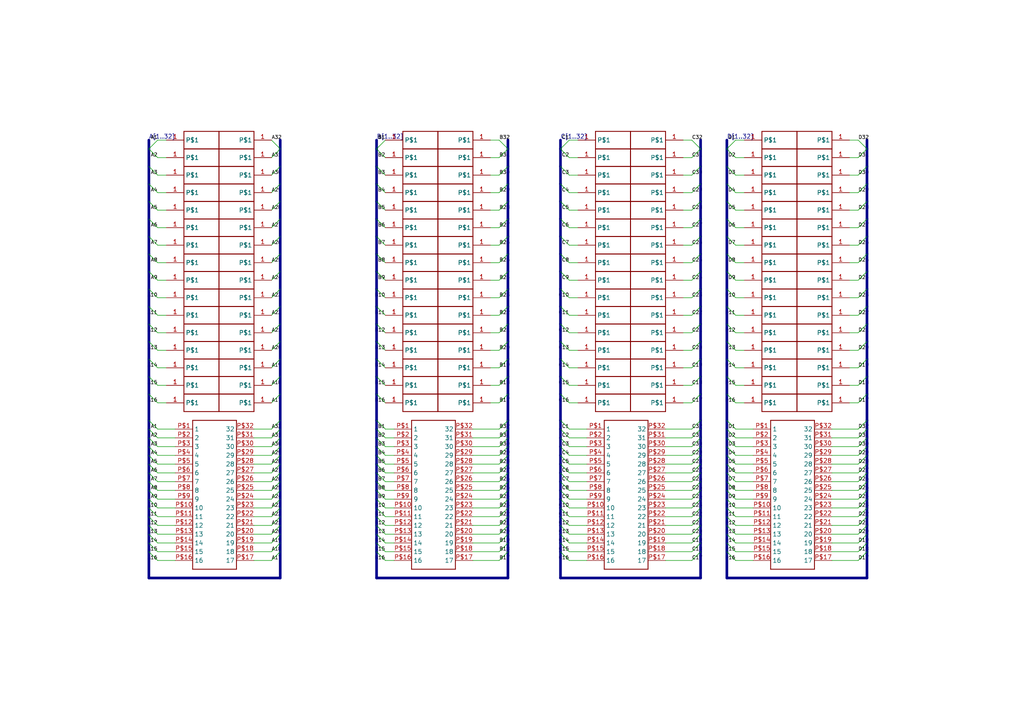
<source format=kicad_sch>
(kicad_sch (version 20231120) (generator "eeschema") (generator_version "8.0")
  (paper "A4")
  (bus_entry (at 213.36 116.84) (size -2.54 -2.54))
  (bus_entry (at 165.1 101.6) (size -2.54 -2.54))
  (bus_entry (at 200.66 162.56) (size 2.54 -2.54))
  (bus_entry (at 111.76 132.08) (size -2.54 -2.54))
  (bus_entry (at 200.66 137.16) (size 2.54 -2.54))
  (bus_entry (at 200.66 129.54) (size 2.54 -2.54))
  (bus_entry (at 111.76 66.04) (size -2.54 -2.54))
  (bus_entry (at 78.74 142.24) (size 2.54 -2.54))
  (bus_entry (at 248.92 160.02) (size 2.54 -2.54))
  (bus_entry (at 111.76 71.12) (size -2.54 -2.54))
  (bus_entry (at 248.92 60.96) (size 2.54 -2.54))
  (bus_entry (at 144.78 96.52) (size 2.54 -2.54))
  (bus_entry (at 78.74 139.7) (size 2.54 -2.54))
  (bus_entry (at 165.1 45.72) (size -2.54 -2.54))
  (bus_entry (at 213.36 101.6) (size -2.54 -2.54))
  (bus_entry (at 144.78 157.48) (size 2.54 -2.54))
  (bus_entry (at 78.74 132.08) (size 2.54 -2.54))
  (bus_entry (at 144.78 152.4) (size 2.54 -2.54))
  (bus_entry (at 200.66 60.96) (size 2.54 -2.54))
  (bus_entry (at 165.1 116.84) (size -2.54 -2.54))
  (bus_entry (at 111.76 50.8) (size -2.54 -2.54))
  (bus_entry (at 248.92 86.36) (size 2.54 -2.54))
  (bus_entry (at 200.66 116.84) (size 2.54 -2.54))
  (bus_entry (at 165.1 160.02) (size -2.54 -2.54))
  (bus_entry (at 165.1 139.7) (size -2.54 -2.54))
  (bus_entry (at 45.72 81.28) (size -2.54 -2.54))
  (bus_entry (at 45.72 116.84) (size -2.54 -2.54))
  (bus_entry (at 78.74 60.96) (size 2.54 -2.54))
  (bus_entry (at 165.1 66.04) (size -2.54 -2.54))
  (bus_entry (at 213.36 134.62) (size -2.54 -2.54))
  (bus_entry (at 144.78 144.78) (size 2.54 -2.54))
  (bus_entry (at 248.92 66.04) (size 2.54 -2.54))
  (bus_entry (at 111.76 106.68) (size -2.54 -2.54))
  (bus_entry (at 200.66 76.2) (size 2.54 -2.54))
  (bus_entry (at 78.74 152.4) (size 2.54 -2.54))
  (bus_entry (at 213.36 162.56) (size -2.54 -2.54))
  (bus_entry (at 248.92 71.12) (size 2.54 -2.54))
  (bus_entry (at 45.72 101.6) (size -2.54 -2.54))
  (bus_entry (at 45.72 86.36) (size -2.54 -2.54))
  (bus_entry (at 248.92 157.48) (size 2.54 -2.54))
  (bus_entry (at 78.74 96.52) (size 2.54 -2.54))
  (bus_entry (at 78.74 86.36) (size 2.54 -2.54))
  (bus_entry (at 111.76 40.64) (size -2.54 2.54))
  (bus_entry (at 144.78 127) (size 2.54 -2.54))
  (bus_entry (at 213.36 81.28) (size -2.54 -2.54))
  (bus_entry (at 78.74 55.88) (size 2.54 -2.54))
  (bus_entry (at 144.78 116.84) (size 2.54 -2.54))
  (bus_entry (at 200.66 40.64) (size 2.54 2.54))
  (bus_entry (at 200.66 91.44) (size 2.54 -2.54))
  (bus_entry (at 78.74 71.12) (size 2.54 -2.54))
  (bus_entry (at 45.72 139.7) (size -2.54 -2.54))
  (bus_entry (at 248.92 40.64) (size 2.54 2.54))
  (bus_entry (at 213.36 91.44) (size -2.54 -2.54))
  (bus_entry (at 45.72 160.02) (size -2.54 -2.54))
  (bus_entry (at 248.92 124.46) (size 2.54 -2.54))
  (bus_entry (at 111.76 152.4) (size -2.54 -2.54))
  (bus_entry (at 78.74 66.04) (size 2.54 -2.54))
  (bus_entry (at 213.36 124.46) (size -2.54 -2.54))
  (bus_entry (at 111.76 45.72) (size -2.54 -2.54))
  (bus_entry (at 111.76 142.24) (size -2.54 -2.54))
  (bus_entry (at 111.76 124.46) (size -2.54 -2.54))
  (bus_entry (at 213.36 71.12) (size -2.54 -2.54))
  (bus_entry (at 200.66 71.12) (size 2.54 -2.54))
  (bus_entry (at 213.36 149.86) (size -2.54 -2.54))
  (bus_entry (at 200.66 50.8) (size 2.54 -2.54))
  (bus_entry (at 45.72 152.4) (size -2.54 -2.54))
  (bus_entry (at 45.72 106.68) (size -2.54 -2.54))
  (bus_entry (at 45.72 76.2) (size -2.54 -2.54))
  (bus_entry (at 45.72 144.78) (size -2.54 -2.54))
  (bus_entry (at 45.72 154.94) (size -2.54 -2.54))
  (bus_entry (at 111.76 154.94) (size -2.54 -2.54))
  (bus_entry (at 111.76 76.2) (size -2.54 -2.54))
  (bus_entry (at 45.72 66.04) (size -2.54 -2.54))
  (bus_entry (at 144.78 154.94) (size 2.54 -2.54))
  (bus_entry (at 78.74 134.62) (size 2.54 -2.54))
  (bus_entry (at 213.36 154.94) (size -2.54 -2.54))
  (bus_entry (at 200.66 96.52) (size 2.54 -2.54))
  (bus_entry (at 165.1 142.24) (size -2.54 -2.54))
  (bus_entry (at 248.92 127) (size 2.54 -2.54))
  (bus_entry (at 248.92 91.44) (size 2.54 -2.54))
  (bus_entry (at 45.72 137.16) (size -2.54 -2.54))
  (bus_entry (at 213.36 129.54) (size -2.54 -2.54))
  (bus_entry (at 165.1 127) (size -2.54 -2.54))
  (bus_entry (at 213.36 55.88) (size -2.54 -2.54))
  (bus_entry (at 78.74 106.68) (size 2.54 -2.54))
  (bus_entry (at 78.74 144.78) (size 2.54 -2.54))
  (bus_entry (at 248.92 96.52) (size 2.54 -2.54))
  (bus_entry (at 200.66 132.08) (size 2.54 -2.54))
  (bus_entry (at 165.1 124.46) (size -2.54 -2.54))
  (bus_entry (at 144.78 86.36) (size 2.54 -2.54))
  (bus_entry (at 200.66 142.24) (size 2.54 -2.54))
  (bus_entry (at 165.1 106.68) (size -2.54 -2.54))
  (bus_entry (at 111.76 116.84) (size -2.54 -2.54))
  (bus_entry (at 165.1 50.8) (size -2.54 -2.54))
  (bus_entry (at 213.36 66.04) (size -2.54 -2.54))
  (bus_entry (at 200.66 66.04) (size 2.54 -2.54))
  (bus_entry (at 200.66 81.28) (size 2.54 -2.54))
  (bus_entry (at 213.36 50.8) (size -2.54 -2.54))
  (bus_entry (at 78.74 116.84) (size 2.54 -2.54))
  (bus_entry (at 200.66 124.46) (size 2.54 -2.54))
  (bus_entry (at 78.74 81.28) (size 2.54 -2.54))
  (bus_entry (at 213.36 76.2) (size -2.54 -2.54))
  (bus_entry (at 111.76 157.48) (size -2.54 -2.54))
  (bus_entry (at 144.78 134.62) (size 2.54 -2.54))
  (bus_entry (at 111.76 147.32) (size -2.54 -2.54))
  (bus_entry (at 111.76 160.02) (size -2.54 -2.54))
  (bus_entry (at 165.1 147.32) (size -2.54 -2.54))
  (bus_entry (at 111.76 60.96) (size -2.54 -2.54))
  (bus_entry (at 200.66 157.48) (size 2.54 -2.54))
  (bus_entry (at 78.74 129.54) (size 2.54 -2.54))
  (bus_entry (at 45.72 134.62) (size -2.54 -2.54))
  (bus_entry (at 165.1 134.62) (size -2.54 -2.54))
  (bus_entry (at 200.66 127) (size 2.54 -2.54))
  (bus_entry (at 200.66 134.62) (size 2.54 -2.54))
  (bus_entry (at 45.72 91.44) (size -2.54 -2.54))
  (bus_entry (at 165.1 91.44) (size -2.54 -2.54))
  (bus_entry (at 78.74 147.32) (size 2.54 -2.54))
  (bus_entry (at 78.74 76.2) (size 2.54 -2.54))
  (bus_entry (at 78.74 124.46) (size 2.54 -2.54))
  (bus_entry (at 45.72 142.24) (size -2.54 -2.54))
  (bus_entry (at 144.78 132.08) (size 2.54 -2.54))
  (bus_entry (at 248.92 152.4) (size 2.54 -2.54))
  (bus_entry (at 200.66 86.36) (size 2.54 -2.54))
  (bus_entry (at 111.76 134.62) (size -2.54 -2.54))
  (bus_entry (at 213.36 45.72) (size -2.54 -2.54))
  (bus_entry (at 144.78 91.44) (size 2.54 -2.54))
  (bus_entry (at 200.66 55.88) (size 2.54 -2.54))
  (bus_entry (at 213.36 139.7) (size -2.54 -2.54))
  (bus_entry (at 45.72 111.76) (size -2.54 -2.54))
  (bus_entry (at 144.78 66.04) (size 2.54 -2.54))
  (bus_entry (at 248.92 137.16) (size 2.54 -2.54))
  (bus_entry (at 45.72 132.08) (size -2.54 -2.54))
  (bus_entry (at 200.66 106.68) (size 2.54 -2.54))
  (bus_entry (at 111.76 96.52) (size -2.54 -2.54))
  (bus_entry (at 144.78 81.28) (size 2.54 -2.54))
  (bus_entry (at 45.72 149.86) (size -2.54 -2.54))
  (bus_entry (at 45.72 124.46) (size -2.54 -2.54))
  (bus_entry (at 144.78 55.88) (size 2.54 -2.54))
  (bus_entry (at 45.72 127) (size -2.54 -2.54))
  (bus_entry (at 78.74 111.76) (size 2.54 -2.54))
  (bus_entry (at 45.72 162.56) (size -2.54 -2.54))
  (bus_entry (at 144.78 160.02) (size 2.54 -2.54))
  (bus_entry (at 45.72 147.32) (size -2.54 -2.54))
  (bus_entry (at 165.1 162.56) (size -2.54 -2.54))
  (bus_entry (at 213.36 144.78) (size -2.54 -2.54))
  (bus_entry (at 248.92 76.2) (size 2.54 -2.54))
  (bus_entry (at 78.74 101.6) (size 2.54 -2.54))
  (bus_entry (at 111.76 139.7) (size -2.54 -2.54))
  (bus_entry (at 144.78 147.32) (size 2.54 -2.54))
  (bus_entry (at 45.72 45.72) (size -2.54 -2.54))
  (bus_entry (at 248.92 111.76) (size 2.54 -2.54))
  (bus_entry (at 144.78 111.76) (size 2.54 -2.54))
  (bus_entry (at 213.36 157.48) (size -2.54 -2.54))
  (bus_entry (at 165.1 144.78) (size -2.54 -2.54))
  (bus_entry (at 213.36 152.4) (size -2.54 -2.54))
  (bus_entry (at 78.74 50.8) (size 2.54 -2.54))
  (bus_entry (at 248.92 116.84) (size 2.54 -2.54))
  (bus_entry (at 165.1 96.52) (size -2.54 -2.54))
  (bus_entry (at 248.92 106.68) (size 2.54 -2.54))
  (bus_entry (at 200.66 160.02) (size 2.54 -2.54))
  (bus_entry (at 200.66 154.94) (size 2.54 -2.54))
  (bus_entry (at 78.74 149.86) (size 2.54 -2.54))
  (bus_entry (at 248.92 139.7) (size 2.54 -2.54))
  (bus_entry (at 144.78 139.7) (size 2.54 -2.54))
  (bus_entry (at 144.78 76.2) (size 2.54 -2.54))
  (bus_entry (at 248.92 154.94) (size 2.54 -2.54))
  (bus_entry (at 200.66 139.7) (size 2.54 -2.54))
  (bus_entry (at 200.66 45.72) (size 2.54 -2.54))
  (bus_entry (at 111.76 101.6) (size -2.54 -2.54))
  (bus_entry (at 213.36 147.32) (size -2.54 -2.54))
  (bus_entry (at 165.1 71.12) (size -2.54 -2.54))
  (bus_entry (at 144.78 45.72) (size 2.54 -2.54))
  (bus_entry (at 165.1 76.2) (size -2.54 -2.54))
  (bus_entry (at 165.1 60.96) (size -2.54 -2.54))
  (bus_entry (at 144.78 162.56) (size 2.54 -2.54))
  (bus_entry (at 111.76 149.86) (size -2.54 -2.54))
  (bus_entry (at 78.74 91.44) (size 2.54 -2.54))
  (bus_entry (at 111.76 55.88) (size -2.54 -2.54))
  (bus_entry (at 165.1 129.54) (size -2.54 -2.54))
  (bus_entry (at 45.72 157.48) (size -2.54 -2.54))
  (bus_entry (at 200.66 147.32) (size 2.54 -2.54))
  (bus_entry (at 111.76 91.44) (size -2.54 -2.54))
  (bus_entry (at 165.1 55.88) (size -2.54 -2.54))
  (bus_entry (at 165.1 111.76) (size -2.54 -2.54))
  (bus_entry (at 78.74 157.48) (size 2.54 -2.54))
  (bus_entry (at 165.1 81.28) (size -2.54 -2.54))
  (bus_entry (at 213.36 160.02) (size -2.54 -2.54))
  (bus_entry (at 248.92 81.28) (size 2.54 -2.54))
  (bus_entry (at 165.1 157.48) (size -2.54 -2.54))
  (bus_entry (at 213.36 142.24) (size -2.54 -2.54))
  (bus_entry (at 213.36 40.64) (size -2.54 2.54))
  (bus_entry (at 144.78 106.68) (size 2.54 -2.54))
  (bus_entry (at 111.76 129.54) (size -2.54 -2.54))
  (bus_entry (at 144.78 129.54) (size 2.54 -2.54))
  (bus_entry (at 45.72 60.96) (size -2.54 -2.54))
  (bus_entry (at 200.66 149.86) (size 2.54 -2.54))
  (bus_entry (at 144.78 50.8) (size 2.54 -2.54))
  (bus_entry (at 248.92 129.54) (size 2.54 -2.54))
  (bus_entry (at 200.66 144.78) (size 2.54 -2.54))
  (bus_entry (at 248.92 101.6) (size 2.54 -2.54))
  (bus_entry (at 78.74 154.94) (size 2.54 -2.54))
  (bus_entry (at 45.72 129.54) (size -2.54 -2.54))
  (bus_entry (at 144.78 124.46) (size 2.54 -2.54))
  (bus_entry (at 165.1 137.16) (size -2.54 -2.54))
  (bus_entry (at 248.92 142.24) (size 2.54 -2.54))
  (bus_entry (at 248.92 132.08) (size 2.54 -2.54))
  (bus_entry (at 111.76 137.16) (size -2.54 -2.54))
  (bus_entry (at 111.76 144.78) (size -2.54 -2.54))
  (bus_entry (at 78.74 160.02) (size 2.54 -2.54))
  (bus_entry (at 165.1 86.36) (size -2.54 -2.54))
  (bus_entry (at 165.1 152.4) (size -2.54 -2.54))
  (bus_entry (at 111.76 81.28) (size -2.54 -2.54))
  (bus_entry (at 144.78 60.96) (size 2.54 -2.54))
  (bus_entry (at 213.36 106.68) (size -2.54 -2.54))
  (bus_entry (at 200.66 111.76) (size 2.54 -2.54))
  (bus_entry (at 165.1 154.94) (size -2.54 -2.54))
  (bus_entry (at 248.92 144.78) (size 2.54 -2.54))
  (bus_entry (at 213.36 127) (size -2.54 -2.54))
  (bus_entry (at 144.78 137.16) (size 2.54 -2.54))
  (bus_entry (at 144.78 149.86) (size 2.54 -2.54))
  (bus_entry (at 111.76 111.76) (size -2.54 -2.54))
  (bus_entry (at 78.74 40.64) (size 2.54 2.54))
  (bus_entry (at 45.72 71.12) (size -2.54 -2.54))
  (bus_entry (at 213.36 111.76) (size -2.54 -2.54))
  (bus_entry (at 213.36 137.16) (size -2.54 -2.54))
  (bus_entry (at 200.66 101.6) (size 2.54 -2.54))
  (bus_entry (at 213.36 132.08) (size -2.54 -2.54))
  (bus_entry (at 45.72 55.88) (size -2.54 -2.54))
  (bus_entry (at 111.76 162.56) (size -2.54 -2.54))
  (bus_entry (at 165.1 40.64) (size -2.54 2.54))
  (bus_entry (at 248.92 147.32) (size 2.54 -2.54))
  (bus_entry (at 45.72 50.8) (size -2.54 -2.54))
  (bus_entry (at 248.92 55.88) (size 2.54 -2.54))
  (bus_entry (at 200.66 152.4) (size 2.54 -2.54))
  (bus_entry (at 144.78 71.12) (size 2.54 -2.54))
  (bus_entry (at 144.78 101.6) (size 2.54 -2.54))
  (bus_entry (at 45.72 40.64) (size -2.54 2.54))
  (bus_entry (at 111.76 86.36) (size -2.54 -2.54))
  (bus_entry (at 78.74 127) (size 2.54 -2.54))
  (bus_entry (at 78.74 137.16) (size 2.54 -2.54))
  (bus_entry (at 213.36 86.36) (size -2.54 -2.54))
  (bus_entry (at 165.1 132.08) (size -2.54 -2.54))
  (bus_entry (at 144.78 142.24) (size 2.54 -2.54))
  (bus_entry (at 248.92 149.86) (size 2.54 -2.54))
  (bus_entry (at 248.92 162.56) (size 2.54 -2.54))
  (bus_entry (at 165.1 149.86) (size -2.54 -2.54))
  (bus_entry (at 45.72 96.52) (size -2.54 -2.54))
  (bus_entry (at 248.92 134.62) (size 2.54 -2.54))
  (bus_entry (at 78.74 162.56) (size 2.54 -2.54))
  (bus_entry (at 213.36 60.96) (size -2.54 -2.54))
  (bus_entry (at 144.78 40.64) (size 2.54 2.54))
  (bus_entry (at 111.76 127) (size -2.54 -2.54))
  (bus_entry (at 213.36 96.52) (size -2.54 -2.54))
  (bus_entry (at 248.92 50.8) (size 2.54 -2.54))
  (bus_entry (at 248.92 45.72) (size 2.54 -2.54))
  (bus_entry (at 78.74 45.72) (size 2.54 -2.54))
  (wire (pts (xy 165.1 66.04) (xy 167.64 66.04)) (stroke (width 0.1524)))
  (bus (pts (xy 43.18 104.14) (xy 43.18 109.22)) (stroke (width 0.762)))
  (wire (pts (xy 78.74 144.78) (xy 73.66 144.78)) (stroke (width 0.1524)))
  (bus (pts (xy 43.18 127) (xy 43.18 129.54)) (stroke (width 0.762)))
  (wire (pts (xy 213.36 144.78) (xy 218.44 144.78)) (stroke (width 0.1524)))
  (bus (pts (xy 210.82 137.16) (xy 210.82 139.7)) (stroke (width 0.762)))
  (wire (pts (xy 248.92 162.56) (xy 241.3 162.56)) (stroke (width 0.1524)))
  (wire (pts (xy 165.1 149.86) (xy 170.18 149.86)) (stroke (width 0.1524)))
  (bus (pts (xy 203.2 53.34) (xy 203.2 48.26)) (stroke (width 0.762)))
  (wire (pts (xy 248.92 71.12) (xy 246.38 71.12)) (stroke (width 0.1524)))
  (bus (pts (xy 210.82 132.08) (xy 210.82 134.62)) (stroke (width 0.762)))
  (bus (pts (xy 162.56 68.58) (xy 162.56 73.66)) (stroke (width 0.762)))
  (bus (pts (xy 203.2 129.54) (xy 203.2 127)) (stroke (width 0.762)))
  (bus (pts (xy 203.2 137.16) (xy 203.2 134.62)) (stroke (width 0.762)))
  (wire (pts (xy 78.74 154.94) (xy 73.66 154.94)) (stroke (width 0.1524)))
  (wire (pts (xy 248.92 149.86) (xy 241.3 149.86)) (stroke (width 0.1524)))
  (wire (pts (xy 165.1 55.88) (xy 167.64 55.88)) (stroke (width 0.1524)))
  (bus (pts (xy 81.28 63.5) (xy 81.28 58.42)) (stroke (width 0.762)))
  (bus (pts (xy 251.46 48.26) (xy 251.46 43.18)) (stroke (width 0.762)))
  (bus (pts (xy 210.82 157.48) (xy 210.82 160.02)) (stroke (width 0.762)))
  (wire (pts (xy 248.92 76.2) (xy 246.38 76.2)) (stroke (width 0.1524)))
  (bus (pts (xy 203.2 134.62) (xy 203.2 132.08)) (stroke (width 0.762)))
  (wire (pts (xy 111.76 139.7) (xy 114.3 139.7)) (stroke (width 0.1524)))
  (wire (pts (xy 165.1 124.46) (xy 170.18 124.46)) (stroke (width 0.1524)))
  (bus (pts (xy 210.82 152.4) (xy 210.82 154.94)) (stroke (width 0.762)))
  (bus (pts (xy 109.22 121.92) (xy 109.22 124.46)) (stroke (width 0.762)))
  (wire (pts (xy 78.74 142.24) (xy 73.66 142.24)) (stroke (width 0.1524)))
  (wire (pts (xy 144.78 116.84) (xy 142.24 116.84)) (stroke (width 0.1524)))
  (bus (pts (xy 43.18 109.22) (xy 43.18 114.3)) (stroke (width 0.762)))
  (bus (pts (xy 210.82 154.94) (xy 210.82 157.48)) (stroke (width 0.762)))
  (wire (pts (xy 213.36 60.96) (xy 215.9 60.96)) (stroke (width 0.1524)))
  (bus (pts (xy 147.32 88.9) (xy 147.32 83.82)) (stroke (width 0.762)))
  (wire (pts (xy 45.72 106.68) (xy 48.26 106.68)) (stroke (width 0.1524)))
  (bus (pts (xy 203.2 144.78) (xy 203.2 142.24)) (stroke (width 0.762)))
  (wire (pts (xy 200.66 81.28) (xy 198.12 81.28)) (stroke (width 0.1524)))
  (bus (pts (xy 210.82 109.22) (xy 210.82 114.3)) (stroke (width 0.762)))
  (bus (pts (xy 210.82 147.32) (xy 210.82 149.86)) (stroke (width 0.762)))
  (bus (pts (xy 162.56 78.74) (xy 162.56 83.82)) (stroke (width 0.762)))
  (wire (pts (xy 248.92 132.08) (xy 241.3 132.08)) (stroke (width 0.1524)))
  (wire (pts (xy 200.66 147.32) (xy 193.04 147.32)) (stroke (width 0.1524)))
  (wire (pts (xy 213.36 111.76) (xy 215.9 111.76)) (stroke (width 0.1524)))
  (bus (pts (xy 81.28 154.94) (xy 81.28 152.4)) (stroke (width 0.762)))
  (bus (pts (xy 109.22 149.86) (xy 109.22 152.4)) (stroke (width 0.762)))
  (bus (pts (xy 43.18 134.62) (xy 43.18 137.16)) (stroke (width 0.762)))
  (wire (pts (xy 144.78 60.96) (xy 142.24 60.96)) (stroke (width 0.1524)))
  (bus (pts (xy 43.18 121.92) (xy 43.18 124.46)) (stroke (width 0.762)))
  (bus (pts (xy 203.2 93.98) (xy 203.2 88.9)) (stroke (width 0.762)))
  (wire (pts (xy 165.1 144.78) (xy 170.18 144.78)) (stroke (width 0.1524)))
  (wire (pts (xy 248.92 60.96) (xy 246.38 60.96)) (stroke (width 0.1524)))
  (bus (pts (xy 162.56 154.94) (xy 162.56 157.48)) (stroke (width 0.762)))
  (bus (pts (xy 162.56 149.86) (xy 162.56 152.4)) (stroke (width 0.762)))
  (wire (pts (xy 45.72 132.08) (xy 50.8 132.08)) (stroke (width 0.1524)))
  (wire (pts (xy 78.74 139.7) (xy 73.66 139.7)) (stroke (width 0.1524)))
  (bus (pts (xy 210.82 104.14) (xy 210.82 109.22)) (stroke (width 0.762)))
  (wire (pts (xy 144.78 40.64) (xy 142.24 40.64)) (stroke (width 0.1524)))
  (bus (pts (xy 210.82 88.9) (xy 210.82 93.98)) (stroke (width 0.762)))
  (bus (pts (xy 81.28 152.4) (xy 81.28 149.86)) (stroke (width 0.762)))
  (wire (pts (xy 165.1 81.28) (xy 167.64 81.28)) (stroke (width 0.1524)))
  (wire (pts (xy 248.92 160.02) (xy 241.3 160.02)) (stroke (width 0.1524)))
  (bus (pts (xy 81.28 83.82) (xy 81.28 78.74)) (stroke (width 0.762)))
  (bus (pts (xy 210.82 53.34) (xy 210.82 58.42)) (stroke (width 0.762)))
  (bus (pts (xy 162.56 144.78) (xy 162.56 147.32)) (stroke (width 0.762)))
  (wire (pts (xy 248.92 142.24) (xy 241.3 142.24)) (stroke (width 0.1524)))
  (wire (pts (xy 165.1 40.64) (xy 167.64 40.64)) (stroke (width 0.1524)))
  (bus (pts (xy 251.46 152.4) (xy 251.46 149.86)) (stroke (width 0.762)))
  (bus (pts (xy 43.18 99.06) (xy 43.18 104.14)) (stroke (width 0.762)))
  (wire (pts (xy 165.1 127) (xy 170.18 127)) (stroke (width 0.1524)))
  (wire (pts (xy 200.66 86.36) (xy 198.12 86.36)) (stroke (width 0.1524)))
  (wire (pts (xy 213.36 162.56) (xy 218.44 162.56)) (stroke (width 0.1524)))
  (wire (pts (xy 248.92 86.36) (xy 246.38 86.36)) (stroke (width 0.1524)))
  (bus (pts (xy 81.28 139.7) (xy 81.28 137.16)) (stroke (width 0.762)))
  (bus (pts (xy 210.82 40.64) (xy 210.82 43.18)) (stroke (width 0.762)))
  (wire (pts (xy 213.36 157.48) (xy 218.44 157.48)) (stroke (width 0.1524)))
  (wire (pts (xy 165.1 76.2) (xy 167.64 76.2)) (stroke (width 0.1524)))
  (bus (pts (xy 81.28 93.98) (xy 81.28 88.9)) (stroke (width 0.762)))
  (wire (pts (xy 144.78 76.2) (xy 142.24 76.2)) (stroke (width 0.1524)))
  (bus (pts (xy 109.22 160.02) (xy 109.22 167.64)) (stroke (width 0.762)))
  (wire (pts (xy 213.36 86.36) (xy 215.9 86.36)) (stroke (width 0.1524)))
  (bus (pts (xy 210.82 63.5) (xy 210.82 68.58)) (stroke (width 0.762)))
  (bus (pts (xy 43.18 160.02) (xy 43.18 167.64)) (stroke (width 0.762)))
  (wire (pts (xy 45.72 124.46) (xy 50.8 124.46)) (stroke (width 0.1524)))
  (wire (pts (xy 111.76 124.46) (xy 114.3 124.46)) (stroke (width 0.1524)))
  (bus (pts (xy 43.18 53.34) (xy 43.18 58.42)) (stroke (width 0.762)))
  (bus (pts (xy 251.46 43.18) (xy 251.46 40.64)) (stroke (width 0.762)))
  (bus (pts (xy 43.18 157.48) (xy 43.18 160.02)) (stroke (width 0.762)))
  (wire (pts (xy 200.66 111.76) (xy 198.12 111.76)) (stroke (width 0.1524)))
  (wire (pts (xy 248.92 116.84) (xy 246.38 116.84)) (stroke (width 0.1524)))
  (bus (pts (xy 203.2 104.14) (xy 203.2 99.06)) (stroke (width 0.762)))
  (wire (pts (xy 45.72 127) (xy 50.8 127)) (stroke (width 0.1524)))
  (wire (pts (xy 144.78 152.4) (xy 137.16 152.4)) (stroke (width 0.1524)))
  (bus (pts (xy 43.18 58.42) (xy 43.18 63.5)) (stroke (width 0.762)))
  (wire (pts (xy 144.78 129.54) (xy 137.16 129.54)) (stroke (width 0.1524)))
  (bus (pts (xy 210.82 58.42) (xy 210.82 63.5)) (stroke (width 0.762)))
  (wire (pts (xy 200.66 50.8) (xy 198.12 50.8)) (stroke (width 0.1524)))
  (wire (pts (xy 200.66 71.12) (xy 198.12 71.12)) (stroke (width 0.1524)))
  (bus (pts (xy 203.2 109.22) (xy 203.2 104.14)) (stroke (width 0.762)))
  (bus (pts (xy 251.46 157.48) (xy 251.46 154.94)) (stroke (width 0.762)))
  (wire (pts (xy 248.92 144.78) (xy 241.3 144.78)) (stroke (width 0.1524)))
  (wire (pts (xy 78.74 162.56) (xy 73.66 162.56)) (stroke (width 0.1524)))
  (wire (pts (xy 45.72 45.72) (xy 48.26 45.72)) (stroke (width 0.1524)))
  (bus (pts (xy 109.22 132.08) (xy 109.22 134.62)) (stroke (width 0.762)))
  (bus (pts (xy 147.32 58.42) (xy 147.32 53.34)) (stroke (width 0.762)))
  (bus (pts (xy 203.2 43.18) (xy 203.2 40.64)) (stroke (width 0.762)))
  (wire (pts (xy 45.72 144.78) (xy 50.8 144.78)) (stroke (width 0.1524)))
  (wire (pts (xy 144.78 86.36) (xy 142.24 86.36)) (stroke (width 0.1524)))
  (wire (pts (xy 111.76 149.86) (xy 114.3 149.86)) (stroke (width 0.1524)))
  (wire (pts (xy 165.1 91.44) (xy 167.64 91.44)) (stroke (width 0.1524)))
  (wire (pts (xy 200.66 96.52) (xy 198.12 96.52)) (stroke (width 0.1524)))
  (wire (pts (xy 200.66 129.54) (xy 193.04 129.54)) (stroke (width 0.1524)))
  (bus (pts (xy 251.46 137.16) (xy 251.46 134.62)) (stroke (width 0.762)))
  (bus (pts (xy 147.32 127) (xy 147.32 124.46)) (stroke (width 0.762)))
  (wire (pts (xy 45.72 55.88) (xy 48.26 55.88)) (stroke (width 0.1524)))
  (wire (pts (xy 213.36 71.12) (xy 215.9 71.12)) (stroke (width 0.1524)))
  (wire (pts (xy 45.72 71.12) (xy 48.26 71.12)) (stroke (width 0.1524)))
  (bus (pts (xy 251.46 68.58) (xy 251.46 63.5)) (stroke (width 0.762)))
  (bus (pts (xy 109.22 63.5) (xy 109.22 68.58)) (stroke (width 0.762)))
  (bus (pts (xy 210.82 160.02) (xy 210.82 167.64)) (stroke (width 0.762)))
  (bus (pts (xy 147.32 154.94) (xy 147.32 152.4)) (stroke (width 0.762)))
  (wire (pts (xy 111.76 129.54) (xy 114.3 129.54)) (stroke (width 0.1524)))
  (wire (pts (xy 248.92 157.48) (xy 241.3 157.48)) (stroke (width 0.1524)))
  (bus (pts (xy 147.32 124.46) (xy 147.32 121.92)) (stroke (width 0.762)))
  (wire (pts (xy 248.92 45.72) (xy 246.38 45.72)) (stroke (width 0.1524)))
  (wire (pts (xy 248.92 101.6) (xy 246.38 101.6)) (stroke (width 0.1524)))
  (bus (pts (xy 251.46 139.7) (xy 251.46 137.16)) (stroke (width 0.762)))
  (wire (pts (xy 165.1 147.32) (xy 170.18 147.32)) (stroke (width 0.1524)))
  (bus (pts (xy 81.28 48.26) (xy 81.28 43.18)) (stroke (width 0.762)))
  (bus (pts (xy 81.28 73.66) (xy 81.28 68.58)) (stroke (width 0.762)))
  (bus (pts (xy 81.28 134.62) (xy 81.28 132.08)) (stroke (width 0.762)))
  (wire (pts (xy 165.1 157.48) (xy 170.18 157.48)) (stroke (width 0.1524)))
  (wire (pts (xy 200.66 137.16) (xy 193.04 137.16)) (stroke (width 0.1524)))
  (bus (pts (xy 210.82 73.66) (xy 210.82 78.74)) (stroke (width 0.762)))
  (wire (pts (xy 45.72 139.7) (xy 50.8 139.7)) (stroke (width 0.1524)))
  (wire (pts (xy 78.74 132.08) (xy 73.66 132.08)) (stroke (width 0.1524)))
  (wire (pts (xy 248.92 152.4) (xy 241.3 152.4)) (stroke (width 0.1524)))
  (bus (pts (xy 109.22 137.16) (xy 109.22 139.7)) (stroke (width 0.762)))
  (bus (pts (xy 210.82 144.78) (xy 210.82 147.32)) (stroke (width 0.762)))
  (wire (pts (xy 144.78 50.8) (xy 142.24 50.8)) (stroke (width 0.1524)))
  (wire (pts (xy 111.76 157.48) (xy 114.3 157.48)) (stroke (width 0.1524)))
  (bus (pts (xy 162.56 63.5) (xy 162.56 68.58)) (stroke (width 0.762)))
  (bus (pts (xy 109.22 78.74) (xy 109.22 83.82)) (stroke (width 0.762)))
  (wire (pts (xy 165.1 50.8) (xy 167.64 50.8)) (stroke (width 0.1524)))
  (bus (pts (xy 251.46 129.54) (xy 251.46 127)) (stroke (width 0.762)))
  (wire (pts (xy 213.36 139.7) (xy 218.44 139.7)) (stroke (width 0.1524)))
  (wire (pts (xy 248.92 111.76) (xy 246.38 111.76)) (stroke (width 0.1524)))
  (wire (pts (xy 248.92 81.28) (xy 246.38 81.28)) (stroke (width 0.1524)))
  (bus (pts (xy 162.56 124.46) (xy 162.56 127)) (stroke (width 0.762)))
  (bus (pts (xy 210.82 68.58) (xy 210.82 73.66)) (stroke (width 0.762)))
  (bus (pts (xy 210.82 129.54) (xy 210.82 132.08)) (stroke (width 0.762)))
  (wire (pts (xy 45.72 137.16) (xy 50.8 137.16)) (stroke (width 0.1524)))
  (bus (pts (xy 203.2 58.42) (xy 203.2 53.34)) (stroke (width 0.762)))
  (bus (pts (xy 147.32 121.92) (xy 147.32 114.3)) (stroke (width 0.762)))
  (wire (pts (xy 45.72 96.52) (xy 48.26 96.52)) (stroke (width 0.1524)))
  (bus (pts (xy 203.2 78.74) (xy 203.2 73.66)) (stroke (width 0.762)))
  (bus (pts (xy 203.2 142.24) (xy 203.2 139.7)) (stroke (width 0.762)))
  (wire (pts (xy 200.66 157.48) (xy 193.04 157.48)) (stroke (width 0.1524)))
  (bus (pts (xy 147.32 114.3) (xy 147.32 109.22)) (stroke (width 0.762)))
  (wire (pts (xy 248.92 40.64) (xy 246.38 40.64)) (stroke (width 0.1524)))
  (wire (pts (xy 45.72 147.32) (xy 50.8 147.32)) (stroke (width 0.1524)))
  (wire (pts (xy 200.66 60.96) (xy 198.12 60.96)) (stroke (width 0.1524)))
  (wire (pts (xy 200.66 45.72) (xy 198.12 45.72)) (stroke (width 0.1524)))
  (wire (pts (xy 200.66 116.84) (xy 198.12 116.84)) (stroke (width 0.1524)))
  (bus (pts (xy 162.56 152.4) (xy 162.56 154.94)) (stroke (width 0.762)))
  (bus (pts (xy 81.28 114.3) (xy 81.28 109.22)) (stroke (width 0.762)))
  (bus (pts (xy 109.22 127) (xy 109.22 129.54)) (stroke (width 0.762)))
  (wire (pts (xy 200.66 101.6) (xy 198.12 101.6)) (stroke (width 0.1524)))
  (bus (pts (xy 43.18 144.78) (xy 43.18 147.32)) (stroke (width 0.762)))
  (bus (pts (xy 203.2 152.4) (xy 203.2 149.86)) (stroke (width 0.762)))
  (wire (pts (xy 213.36 91.44) (xy 215.9 91.44)) (stroke (width 0.1524)))
  (wire (pts (xy 45.72 142.24) (xy 50.8 142.24)) (stroke (width 0.1524)))
  (bus (pts (xy 203.2 83.82) (xy 203.2 78.74)) (stroke (width 0.762)))
  (wire (pts (xy 165.1 106.68) (xy 167.64 106.68)) (stroke (width 0.1524)))
  (bus (pts (xy 251.46 104.14) (xy 251.46 99.06)) (stroke (width 0.762)))
  (bus (pts (xy 81.28 58.42) (xy 81.28 53.34)) (stroke (width 0.762)))
  (wire (pts (xy 213.36 116.84) (xy 215.9 116.84)) (stroke (width 0.1524)))
  (bus (pts (xy 81.28 104.14) (xy 81.28 99.06)) (stroke (width 0.762)))
  (bus (pts (xy 109.22 48.26) (xy 109.22 53.34)) (stroke (width 0.762)))
  (bus (pts (xy 210.82 43.18) (xy 210.82 48.26)) (stroke (width 0.762)))
  (bus (pts (xy 109.22 99.06) (xy 109.22 104.14)) (stroke (width 0.762)))
  (wire (pts (xy 144.78 111.76) (xy 142.24 111.76)) (stroke (width 0.1524)))
  (wire (pts (xy 213.36 106.68) (xy 215.9 106.68)) (stroke (width 0.1524)))
  (wire (pts (xy 165.1 132.08) (xy 170.18 132.08)) (stroke (width 0.1524)))
  (bus (pts (xy 162.56 142.24) (xy 162.56 144.78)) (stroke (width 0.762)))
  (wire (pts (xy 144.78 157.48) (xy 137.16 157.48)) (stroke (width 0.1524)))
  (bus (pts (xy 109.22 142.24) (xy 109.22 144.78)) (stroke (width 0.762)))
  (bus (pts (xy 210.82 48.26) (xy 210.82 53.34)) (stroke (width 0.762)))
  (bus (pts (xy 147.32 68.58) (xy 147.32 63.5)) (stroke (width 0.762)))
  (bus (pts (xy 203.2 127) (xy 203.2 124.46)) (stroke (width 0.762)))
  (bus (pts (xy 109.22 58.42) (xy 109.22 63.5)) (stroke (width 0.762)))
  (bus (pts (xy 162.56 147.32) (xy 162.56 149.86)) (stroke (width 0.762)))
  (bus (pts (xy 162.56 132.08) (xy 162.56 134.62)) (stroke (width 0.762)))
  (wire (pts (xy 165.1 129.54) (xy 170.18 129.54)) (stroke (width 0.1524)))
  (bus (pts (xy 251.46 63.5) (xy 251.46 58.42)) (stroke (width 0.762)))
  (bus (pts (xy 203.2 160.02) (xy 203.2 157.48)) (stroke (width 0.762)))
  (bus (pts (xy 109.22 129.54) (xy 109.22 132.08)) (stroke (width 0.762)))
  (wire (pts (xy 45.72 134.62) (xy 50.8 134.62)) (stroke (width 0.1524)))
  (bus (pts (xy 147.32 63.5) (xy 147.32 58.42)) (stroke (width 0.762)))
  (wire (pts (xy 200.66 55.88) (xy 198.12 55.88)) (stroke (width 0.1524)))
  (bus (pts (xy 81.28 157.48) (xy 81.28 154.94)) (stroke (width 0.762)))
  (bus (pts (xy 162.56 109.22) (xy 162.56 114.3)) (stroke (width 0.762)))
  (bus (pts (xy 109.22 83.82) (xy 109.22 88.9)) (stroke (width 0.762)))
  (bus (pts (xy 162.56 83.82) (xy 162.56 88.9)) (stroke (width 0.762)))
  (wire (pts (xy 248.92 154.94) (xy 241.3 154.94)) (stroke (width 0.1524)))
  (wire (pts (xy 144.78 149.86) (xy 137.16 149.86)) (stroke (width 0.1524)))
  (bus (pts (xy 147.32 167.64) (xy 147.32 160.02)) (stroke (width 0.762)))
  (wire (pts (xy 165.1 152.4) (xy 170.18 152.4)) (stroke (width 0.1524)))
  (bus (pts (xy 43.18 63.5) (xy 43.18 68.58)) (stroke (width 0.762)))
  (bus (pts (xy 43.18 147.32) (xy 43.18 149.86)) (stroke (width 0.762)))
  (bus (pts (xy 109.22 134.62) (xy 109.22 137.16)) (stroke (width 0.762)))
  (wire (pts (xy 165.1 137.16) (xy 170.18 137.16)) (stroke (width 0.1524)))
  (bus (pts (xy 43.18 43.18) (xy 43.18 48.26)) (stroke (width 0.762)))
  (wire (pts (xy 213.36 55.88) (xy 215.9 55.88)) (stroke (width 0.1524)))
  (wire (pts (xy 45.72 116.84) (xy 48.26 116.84)) (stroke (width 0.1524)))
  (bus (pts (xy 43.18 152.4) (xy 43.18 154.94)) (stroke (width 0.762)))
  (wire (pts (xy 78.74 134.62) (xy 73.66 134.62)) (stroke (width 0.1524)))
  (wire (pts (xy 165.1 111.76) (xy 167.64 111.76)) (stroke (width 0.1524)))
  (wire (pts (xy 78.74 160.02) (xy 73.66 160.02)) (stroke (width 0.1524)))
  (bus (pts (xy 203.2 124.46) (xy 203.2 121.92)) (stroke (width 0.762)))
  (bus (pts (xy 43.18 154.94) (xy 43.18 157.48)) (stroke (width 0.762)))
  (bus (pts (xy 81.28 88.9) (xy 81.28 83.82)) (stroke (width 0.762)))
  (wire (pts (xy 78.74 129.54) (xy 73.66 129.54)) (stroke (width 0.1524)))
  (bus (pts (xy 162.56 127) (xy 162.56 129.54)) (stroke (width 0.762)))
  (bus (pts (xy 210.82 78.74) (xy 210.82 83.82)) (stroke (width 0.762)))
  (bus (pts (xy 147.32 43.18) (xy 147.32 40.64)) (stroke (width 0.762)))
  (bus (pts (xy 203.2 132.08) (xy 203.2 129.54)) (stroke (width 0.762)))
  (bus (pts (xy 203.2 121.92) (xy 203.2 114.3)) (stroke (width 0.762)))
  (bus (pts (xy 210.82 149.86) (xy 210.82 152.4)) (stroke (width 0.762)))
  (wire (pts (xy 213.36 50.8) (xy 215.9 50.8)) (stroke (width 0.1524)))
  (wire (pts (xy 200.66 134.62) (xy 193.04 134.62)) (stroke (width 0.1524)))
  (bus (pts (xy 251.46 121.92) (xy 251.46 114.3)) (stroke (width 0.762)))
  (bus (pts (xy 203.2 149.86) (xy 203.2 147.32)) (stroke (width 0.762)))
  (wire (pts (xy 200.66 127) (xy 193.04 127)) (stroke (width 0.1524)))
  (wire (pts (xy 213.36 132.08) (xy 218.44 132.08)) (stroke (width 0.1524)))
  (wire (pts (xy 165.1 154.94) (xy 170.18 154.94)) (stroke (width 0.1524)))
  (bus (pts (xy 109.22 114.3) (xy 109.22 121.92)) (stroke (width 0.762)))
  (bus (pts (xy 210.82 114.3) (xy 210.82 121.92)) (stroke (width 0.762)))
  (wire (pts (xy 111.76 162.56) (xy 114.3 162.56)) (stroke (width 0.1524)))
  (bus (pts (xy 147.32 137.16) (xy 147.32 134.62)) (stroke (width 0.762)))
  (bus (pts (xy 251.46 73.66) (xy 251.46 68.58)) (stroke (width 0.762)))
  (wire (pts (xy 248.92 139.7) (xy 241.3 139.7)) (stroke (width 0.1524)))
  (bus (pts (xy 251.46 142.24) (xy 251.46 139.7)) (stroke (width 0.762)))
  (wire (pts (xy 200.66 76.2) (xy 198.12 76.2)) (stroke (width 0.1524)))
  (bus (pts (xy 147.32 83.82) (xy 147.32 78.74)) (stroke (width 0.762)))
  (bus (pts (xy 43.18 139.7) (xy 43.18 142.24)) (stroke (width 0.762)))
  (bus (pts (xy 251.46 93.98) (xy 251.46 88.9)) (stroke (width 0.762)))
  (wire (pts (xy 200.66 142.24) (xy 193.04 142.24)) (stroke (width 0.1524)))
  (wire (pts (xy 111.76 154.94) (xy 114.3 154.94)) (stroke (width 0.1524)))
  (bus (pts (xy 147.32 142.24) (xy 147.32 139.7)) (stroke (width 0.762)))
  (bus (pts (xy 43.18 93.98) (xy 43.18 99.06)) (stroke (width 0.762)))
  (bus (pts (xy 162.56 137.16) (xy 162.56 139.7)) (stroke (width 0.762)))
  (wire (pts (xy 45.72 60.96) (xy 48.26 60.96)) (stroke (width 0.1524)))
  (wire (pts (xy 200.66 160.02) (xy 193.04 160.02)) (stroke (width 0.1524)))
  (wire (pts (xy 213.36 147.32) (xy 218.44 147.32)) (stroke (width 0.1524)))
  (wire (pts (xy 248.92 137.16) (xy 241.3 137.16)) (stroke (width 0.1524)))
  (wire (pts (xy 248.92 55.88) (xy 246.38 55.88)) (stroke (width 0.1524)))
  (bus (pts (xy 81.28 68.58) (xy 81.28 63.5)) (stroke (width 0.762)))
  (bus (pts (xy 203.2 154.94) (xy 203.2 152.4)) (stroke (width 0.762)))
  (bus (pts (xy 109.22 144.78) (xy 109.22 147.32)) (stroke (width 0.762)))
  (bus (pts (xy 147.32 99.06) (xy 147.32 93.98)) (stroke (width 0.762)))
  (bus (pts (xy 210.82 134.62) (xy 210.82 137.16)) (stroke (width 0.762)))
  (bus (pts (xy 162.56 88.9) (xy 162.56 93.98)) (stroke (width 0.762)))
  (bus (pts (xy 203.2 114.3) (xy 203.2 109.22)) (stroke (width 0.762)))
  (bus (pts (xy 147.32 144.78) (xy 147.32 142.24)) (stroke (width 0.762)))
  (wire (pts (xy 111.76 127) (xy 114.3 127)) (stroke (width 0.1524)))
  (bus (pts (xy 147.32 129.54) (xy 147.32 127)) (stroke (width 0.762)))
  (wire (pts (xy 45.72 66.04) (xy 48.26 66.04)) (stroke (width 0.1524)))
  (bus (pts (xy 109.22 53.34) (xy 109.22 58.42)) (stroke (width 0.762)))
  (bus (pts (xy 210.82 93.98) (xy 210.82 99.06)) (stroke (width 0.762)))
  (bus (pts (xy 81.28 127) (xy 81.28 124.46)) (stroke (width 0.762)))
  (wire (pts (xy 200.66 162.56) (xy 193.04 162.56)) (stroke (width 0.1524)))
  (wire (pts (xy 248.92 50.8) (xy 246.38 50.8)) (stroke (width 0.1524)))
  (bus (pts (xy 162.56 114.3) (xy 162.56 121.92)) (stroke (width 0.762)))
  (bus (pts (xy 251.46 88.9) (xy 251.46 83.82)) (stroke (width 0.762)))
  (wire (pts (xy 248.92 129.54) (xy 241.3 129.54)) (stroke (width 0.1524)))
  (wire (pts (xy 111.76 160.02) (xy 114.3 160.02)) (stroke (width 0.1524)))
  (wire (pts (xy 144.78 137.16) (xy 137.16 137.16)) (stroke (width 0.1524)))
  (bus (pts (xy 203.2 68.58) (xy 203.2 63.5)) (stroke (width 0.762)))
  (bus (pts (xy 203.2 48.26) (xy 203.2 43.18)) (stroke (width 0.762)))
  (bus (pts (xy 81.28 149.86) (xy 81.28 147.32)) (stroke (width 0.762)))
  (wire (pts (xy 144.78 154.94) (xy 137.16 154.94)) (stroke (width 0.1524)))
  (bus (pts (xy 43.18 129.54) (xy 43.18 132.08)) (stroke (width 0.762)))
  (wire (pts (xy 78.74 157.48) (xy 73.66 157.48)) (stroke (width 0.1524)))
  (wire (pts (xy 111.76 142.24) (xy 114.3 142.24)) (stroke (width 0.1524)))
  (wire (pts (xy 165.1 101.6) (xy 167.64 101.6)) (stroke (width 0.1524)))
  (bus (pts (xy 162.56 160.02) (xy 162.56 167.64)) (stroke (width 0.762)))
  (bus (pts (xy 81.28 137.16) (xy 81.28 134.62)) (stroke (width 0.762)))
  (bus (pts (xy 109.22 109.22) (xy 109.22 114.3)) (stroke (width 0.762)))
  (bus (pts (xy 251.46 109.22) (xy 251.46 104.14)) (stroke (width 0.762)))
  (wire (pts (xy 200.66 152.4) (xy 193.04 152.4)) (stroke (width 0.1524)))
  (bus (pts (xy 251.46 99.06) (xy 251.46 93.98)) (stroke (width 0.762)))
  (wire (pts (xy 213.36 81.28) (xy 215.9 81.28)) (stroke (width 0.1524)))
  (wire (pts (xy 111.76 144.78) (xy 114.3 144.78)) (stroke (width 0.1524)))
  (wire (pts (xy 144.78 134.62) (xy 137.16 134.62)) (stroke (width 0.1524)))
  (bus (pts (xy 203.2 88.9) (xy 203.2 83.82)) (stroke (width 0.762)))
  (bus (pts (xy 162.56 157.48) (xy 162.56 160.02)) (stroke (width 0.762)))
  (wire (pts (xy 200.66 124.46) (xy 193.04 124.46)) (stroke (width 0.1524)))
  (bus (pts (xy 251.46 78.74) (xy 251.46 73.66)) (stroke (width 0.762)))
  (wire (pts (xy 213.36 134.62) (xy 218.44 134.62)) (stroke (width 0.1524)))
  (wire (pts (xy 144.78 45.72) (xy 142.24 45.72)) (stroke (width 0.1524)))
  (bus (pts (xy 43.18 124.46) (xy 43.18 127)) (stroke (width 0.762)))
  (bus (pts (xy 210.82 139.7) (xy 210.82 142.24)) (stroke (width 0.762)))
  (wire (pts (xy 111.76 134.62) (xy 114.3 134.62)) (stroke (width 0.1524)))
  (bus (pts (xy 147.32 48.26) (xy 147.32 43.18)) (stroke (width 0.762)))
  (bus (pts (xy 203.2 147.32) (xy 203.2 144.78)) (stroke (width 0.762)))
  (bus (pts (xy 251.46 154.94) (xy 251.46 152.4)) (stroke (width 0.762)))
  (wire (pts (xy 144.78 162.56) (xy 137.16 162.56)) (stroke (width 0.1524)))
  (wire (pts (xy 144.78 144.78) (xy 137.16 144.78)) (stroke (width 0.1524)))
  (bus (pts (xy 251.46 160.02) (xy 251.46 157.48)) (stroke (width 0.762)))
  (bus (pts (xy 251.46 58.42) (xy 251.46 53.34)) (stroke (width 0.762)))
  (bus (pts (xy 162.56 43.18) (xy 162.56 48.26)) (stroke (width 0.762)))
  (bus (pts (xy 251.46 167.64) (xy 251.46 160.02)) (stroke (width 0.762)))
  (wire (pts (xy 45.72 157.48) (xy 50.8 157.48)) (stroke (width 0.1524)))
  (wire (pts (xy 144.78 124.46) (xy 137.16 124.46)) (stroke (width 0.1524)))
  (wire (pts (xy 144.78 127) (xy 137.16 127)) (stroke (width 0.1524)))
  (wire (pts (xy 78.74 152.4) (xy 73.66 152.4)) (stroke (width 0.1524)))
  (bus (pts (xy 43.18 68.58) (xy 43.18 73.66)) (stroke (width 0.762)))
  (bus (pts (xy 147.32 134.62) (xy 147.32 132.08)) (stroke (width 0.762)))
  (wire (pts (xy 213.36 96.52) (xy 215.9 96.52)) (stroke (width 0.1524)))
  (bus (pts (xy 251.46 127) (xy 251.46 124.46)) (stroke (width 0.762)))
  (bus (pts (xy 109.22 167.64) (xy 147.32 167.64)) (stroke (width 0.762)))
  (wire (pts (xy 144.78 55.88) (xy 142.24 55.88)) (stroke (width 0.1524)))
  (bus (pts (xy 81.28 167.64) (xy 81.28 160.02)) (stroke (width 0.762)))
  (wire (pts (xy 45.72 50.8) (xy 48.26 50.8)) (stroke (width 0.1524)))
  (bus (pts (xy 162.56 121.92) (xy 162.56 124.46)) (stroke (width 0.762)))
  (wire (pts (xy 248.92 134.62) (xy 241.3 134.62)) (stroke (width 0.1524)))
  (wire (pts (xy 111.76 147.32) (xy 114.3 147.32)) (stroke (width 0.1524)))
  (bus (pts (xy 210.82 99.06) (xy 210.82 104.14)) (stroke (width 0.762)))
  (bus (pts (xy 147.32 78.74) (xy 147.32 73.66)) (stroke (width 0.762)))
  (bus (pts (xy 147.32 104.14) (xy 147.32 99.06)) (stroke (width 0.762)))
  (wire (pts (xy 213.36 142.24) (xy 218.44 142.24)) (stroke (width 0.1524)))
  (bus (pts (xy 162.56 99.06) (xy 162.56 104.14)) (stroke (width 0.762)))
  (wire (pts (xy 144.78 96.52) (xy 142.24 96.52)) (stroke (width 0.1524)))
  (bus (pts (xy 109.22 68.58) (xy 109.22 73.66)) (stroke (width 0.762)))
  (bus (pts (xy 43.18 88.9) (xy 43.18 93.98)) (stroke (width 0.762)))
  (wire (pts (xy 200.66 139.7) (xy 193.04 139.7)) (stroke (width 0.1524)))
  (wire (pts (xy 144.78 142.24) (xy 137.16 142.24)) (stroke (width 0.1524)))
  (bus (pts (xy 109.22 93.98) (xy 109.22 99.06)) (stroke (width 0.762)))
  (bus (pts (xy 43.18 142.24) (xy 43.18 144.78)) (stroke (width 0.762)))
  (bus (pts (xy 251.46 132.08) (xy 251.46 129.54)) (stroke (width 0.762)))
  (wire (pts (xy 45.72 152.4) (xy 50.8 152.4)) (stroke (width 0.1524)))
  (bus (pts (xy 203.2 157.48) (xy 203.2 154.94)) (stroke (width 0.762)))
  (bus (pts (xy 43.18 48.26) (xy 43.18 53.34)) (stroke (width 0.762)))
  (wire (pts (xy 45.72 154.94) (xy 50.8 154.94)) (stroke (width 0.1524)))
  (bus (pts (xy 251.46 53.34) (xy 251.46 48.26)) (stroke (width 0.762)))
  (wire (pts (xy 200.66 132.08) (xy 193.04 132.08)) (stroke (width 0.1524)))
  (wire (pts (xy 213.36 129.54) (xy 218.44 129.54)) (stroke (width 0.1524)))
  (bus (pts (xy 162.56 139.7) (xy 162.56 142.24)) (stroke (width 0.762)))
  (wire (pts (xy 213.36 40.64) (xy 215.9 40.64)) (stroke (width 0.1524)))
  (wire (pts (xy 45.72 160.02) (xy 50.8 160.02)) (stroke (width 0.1524)))
  (bus (pts (xy 81.28 160.02) (xy 81.28 157.48)) (stroke (width 0.762)))
  (bus (pts (xy 147.32 157.48) (xy 147.32 154.94)) (stroke (width 0.762)))
  (bus (pts (xy 210.82 142.24) (xy 210.82 144.78)) (stroke (width 0.762)))
  (wire (pts (xy 165.1 60.96) (xy 167.64 60.96)) (stroke (width 0.1524)))
  (wire (pts (xy 200.66 144.78) (xy 193.04 144.78)) (stroke (width 0.1524)))
  (bus (pts (xy 203.2 63.5) (xy 203.2 58.42)) (stroke (width 0.762)))
  (bus (pts (xy 251.46 149.86) (xy 251.46 147.32)) (stroke (width 0.762)))
  (bus (pts (xy 251.46 147.32) (xy 251.46 144.78)) (stroke (width 0.762)))
  (wire (pts (xy 248.92 66.04) (xy 246.38 66.04)) (stroke (width 0.1524)))
  (wire (pts (xy 165.1 86.36) (xy 167.64 86.36)) (stroke (width 0.1524)))
  (bus (pts (xy 43.18 40.64) (xy 43.18 43.18)) (stroke (width 0.762)))
  (bus (pts (xy 251.46 83.82) (xy 251.46 78.74)) (stroke (width 0.762)))
  (bus (pts (xy 147.32 132.08) (xy 147.32 129.54)) (stroke (width 0.762)))
  (wire (pts (xy 144.78 71.12) (xy 142.24 71.12)) (stroke (width 0.1524)))
  (wire (pts (xy 213.36 127) (xy 218.44 127)) (stroke (width 0.1524)))
  (bus (pts (xy 109.22 147.32) (xy 109.22 149.86)) (stroke (width 0.762)))
  (bus (pts (xy 147.32 152.4) (xy 147.32 149.86)) (stroke (width 0.762)))
  (bus (pts (xy 210.82 121.92) (xy 210.82 124.46)) (stroke (width 0.762)))
  (bus (pts (xy 109.22 139.7) (xy 109.22 142.24)) (stroke (width 0.762)))
  (wire (pts (xy 144.78 139.7) (xy 137.16 139.7)) (stroke (width 0.1524)))
  (wire (pts (xy 213.36 149.86) (xy 218.44 149.86)) (stroke (width 0.1524)))
  (bus (pts (xy 81.28 121.92) (xy 81.28 114.3)) (stroke (width 0.762)))
  (bus (pts (xy 147.32 109.22) (xy 147.32 104.14)) (stroke (width 0.762)))
  (bus (pts (xy 210.82 127) (xy 210.82 129.54)) (stroke (width 0.762)))
  (bus (pts (xy 162.56 48.26) (xy 162.56 53.34)) (stroke (width 0.762)))
  (bus (pts (xy 109.22 40.64) (xy 109.22 43.18)) (stroke (width 0.762)))
  (bus (pts (xy 147.32 53.34) (xy 147.32 48.26)) (stroke (width 0.762)))
  (wire (pts (xy 78.74 147.32) (xy 73.66 147.32)) (stroke (width 0.1524)))
  (bus (pts (xy 81.28 129.54) (xy 81.28 127)) (stroke (width 0.762)))
  (bus (pts (xy 162.56 40.64) (xy 162.56 43.18)) (stroke (width 0.762)))
  (wire (pts (xy 248.92 147.32) (xy 241.3 147.32)) (stroke (width 0.1524)))
  (wire (pts (xy 144.78 101.6) (xy 142.24 101.6)) (stroke (width 0.1524)))
  (wire (pts (xy 165.1 71.12) (xy 167.64 71.12)) (stroke (width 0.1524)))
  (bus (pts (xy 109.22 88.9) (xy 109.22 93.98)) (stroke (width 0.762)))
  (wire (pts (xy 45.72 76.2) (xy 48.26 76.2)) (stroke (width 0.1524)))
  (bus (pts (xy 203.2 139.7) (xy 203.2 137.16)) (stroke (width 0.762)))
  (wire (pts (xy 213.36 160.02) (xy 218.44 160.02)) (stroke (width 0.1524)))
  (bus (pts (xy 147.32 73.66) (xy 147.32 68.58)) (stroke (width 0.762)))
  (bus (pts (xy 81.28 78.74) (xy 81.28 73.66)) (stroke (width 0.762)))
  (wire (pts (xy 213.36 101.6) (xy 215.9 101.6)) (stroke (width 0.1524)))
  (wire (pts (xy 78.74 127) (xy 73.66 127)) (stroke (width 0.1524)))
  (bus (pts (xy 251.46 124.46) (xy 251.46 121.92)) (stroke (width 0.762)))
  (bus (pts (xy 109.22 157.48) (xy 109.22 160.02)) (stroke (width 0.762)))
  (bus (pts (xy 43.18 137.16) (xy 43.18 139.7)) (stroke (width 0.762)))
  (bus (pts (xy 43.18 167.64) (xy 81.28 167.64)) (stroke (width 0.762)))
  (bus (pts (xy 109.22 73.66) (xy 109.22 78.74)) (stroke (width 0.762)))
  (wire (pts (xy 144.78 160.02) (xy 137.16 160.02)) (stroke (width 0.1524)))
  (bus (pts (xy 43.18 73.66) (xy 43.18 78.74)) (stroke (width 0.762)))
  (bus (pts (xy 109.22 154.94) (xy 109.22 157.48)) (stroke (width 0.762)))
  (bus (pts (xy 162.56 93.98) (xy 162.56 99.06)) (stroke (width 0.762)))
  (wire (pts (xy 200.66 40.64) (xy 198.12 40.64)) (stroke (width 0.1524)))
  (bus (pts (xy 81.28 144.78) (xy 81.28 142.24)) (stroke (width 0.762)))
  (wire (pts (xy 248.92 124.46) (xy 241.3 124.46)) (stroke (width 0.1524)))
  (bus (pts (xy 162.56 129.54) (xy 162.56 132.08)) (stroke (width 0.762)))
  (wire (pts (xy 200.66 91.44) (xy 198.12 91.44)) (stroke (width 0.1524)))
  (bus (pts (xy 203.2 99.06) (xy 203.2 93.98)) (stroke (width 0.762)))
  (wire (pts (xy 200.66 149.86) (xy 193.04 149.86)) (stroke (width 0.1524)))
  (bus (pts (xy 162.56 58.42) (xy 162.56 63.5)) (stroke (width 0.762)))
  (wire (pts (xy 144.78 106.68) (xy 142.24 106.68)) (stroke (width 0.1524)))
  (wire (pts (xy 45.72 86.36) (xy 48.26 86.36)) (stroke (width 0.1524)))
  (wire (pts (xy 165.1 142.24) (xy 170.18 142.24)) (stroke (width 0.1524)))
  (wire (pts (xy 45.72 149.86) (xy 50.8 149.86)) (stroke (width 0.1524)))
  (wire (pts (xy 165.1 45.72) (xy 167.64 45.72)) (stroke (width 0.1524)))
  (bus (pts (xy 43.18 83.82) (xy 43.18 88.9)) (stroke (width 0.762)))
  (bus (pts (xy 109.22 124.46) (xy 109.22 127)) (stroke (width 0.762)))
  (wire (pts (xy 248.92 96.52) (xy 246.38 96.52)) (stroke (width 0.1524)))
  (bus (pts (xy 162.56 167.64) (xy 203.2 167.64)) (stroke (width 0.762)))
  (bus (pts (xy 81.28 43.18) (xy 81.28 40.64)) (stroke (width 0.762)))
  (bus (pts (xy 81.28 53.34) (xy 81.28 48.26)) (stroke (width 0.762)))
  (bus (pts (xy 162.56 134.62) (xy 162.56 137.16)) (stroke (width 0.762)))
  (bus (pts (xy 81.28 124.46) (xy 81.28 121.92)) (stroke (width 0.762)))
  (wire (pts (xy 45.72 40.64) (xy 48.26 40.64)) (stroke (width 0.1524)))
  (wire (pts (xy 111.76 132.08) (xy 114.3 132.08)) (stroke (width 0.1524)))
  (wire (pts (xy 165.1 162.56) (xy 170.18 162.56)) (stroke (width 0.1524)))
  (wire (pts (xy 165.1 96.52) (xy 167.64 96.52)) (stroke (width 0.1524)))
  (bus (pts (xy 210.82 124.46) (xy 210.82 127)) (stroke (width 0.762)))
  (bus (pts (xy 109.22 104.14) (xy 109.22 109.22)) (stroke (width 0.762)))
  (wire (pts (xy 165.1 160.02) (xy 170.18 160.02)) (stroke (width 0.1524)))
  (wire (pts (xy 165.1 116.84) (xy 167.64 116.84)) (stroke (width 0.1524)))
  (bus (pts (xy 147.32 160.02) (xy 147.32 157.48)) (stroke (width 0.762)))
  (bus (pts (xy 147.32 93.98) (xy 147.32 88.9)) (stroke (width 0.762)))
  (wire (pts (xy 111.76 137.16) (xy 114.3 137.16)) (stroke (width 0.1524)))
  (wire (pts (xy 213.36 152.4) (xy 218.44 152.4)) (stroke (width 0.1524)))
  (bus (pts (xy 109.22 43.18) (xy 109.22 48.26)) (stroke (width 0.762)))
  (wire (pts (xy 200.66 106.68) (xy 198.12 106.68)) (stroke (width 0.1524)))
  (wire (pts (xy 213.36 137.16) (xy 218.44 137.16)) (stroke (width 0.1524)))
  (wire (pts (xy 78.74 137.16) (xy 73.66 137.16)) (stroke (width 0.1524)))
  (wire (pts (xy 144.78 81.28) (xy 142.24 81.28)) (stroke (width 0.1524)))
  (wire (pts (xy 248.92 106.68) (xy 246.38 106.68)) (stroke (width 0.1524)))
  (wire (pts (xy 213.36 154.94) (xy 218.44 154.94)) (stroke (width 0.1524)))
  (wire (pts (xy 213.36 76.2) (xy 215.9 76.2)) (stroke (width 0.1524)))
  (bus (pts (xy 81.28 109.22) (xy 81.28 104.14)) (stroke (width 0.762)))
  (wire (pts (xy 45.72 101.6) (xy 48.26 101.6)) (stroke (width 0.1524)))
  (wire (pts (xy 248.92 91.44) (xy 246.38 91.44)) (stroke (width 0.1524)))
  (wire (pts (xy 144.78 66.04) (xy 142.24 66.04)) (stroke (width 0.1524)))
  (bus (pts (xy 43.18 132.08) (xy 43.18 134.62)) (stroke (width 0.762)))
  (wire (pts (xy 78.74 124.46) (xy 73.66 124.46)) (stroke (width 0.1524)))
  (wire (pts (xy 248.92 127) (xy 241.3 127)) (stroke (width 0.1524)))
  (bus (pts (xy 203.2 73.66) (xy 203.2 68.58)) (stroke (width 0.762)))
  (bus (pts (xy 43.18 149.86) (xy 43.18 152.4)) (stroke (width 0.762)))
  (wire (pts (xy 165.1 134.62) (xy 170.18 134.62)) (stroke (width 0.1524)))
  (bus (pts (xy 43.18 78.74) (xy 43.18 83.82)) (stroke (width 0.762)))
  (wire (pts (xy 144.78 91.44) (xy 142.24 91.44)) (stroke (width 0.1524)))
  (bus (pts (xy 251.46 144.78) (xy 251.46 142.24)) (stroke (width 0.762)))
  (bus (pts (xy 162.56 73.66) (xy 162.56 78.74)) (stroke (width 0.762)))
  (bus (pts (xy 43.18 114.3) (xy 43.18 121.92)) (stroke (width 0.762)))
  (bus (pts (xy 81.28 142.24) (xy 81.28 139.7)) (stroke (width 0.762)))
  (bus (pts (xy 210.82 83.82) (xy 210.82 88.9)) (stroke (width 0.762)))
  (bus (pts (xy 251.46 114.3) (xy 251.46 109.22)) (stroke (width 0.762)))
  (wire (pts (xy 45.72 81.28) (xy 48.26 81.28)) (stroke (width 0.1524)))
  (bus (pts (xy 81.28 99.06) (xy 81.28 93.98)) (stroke (width 0.762)))
  (wire (pts (xy 111.76 152.4) (xy 114.3 152.4)) (stroke (width 0.1524)))
  (wire (pts (xy 144.78 147.32) (xy 137.16 147.32)) (stroke (width 0.1524)))
  (bus (pts (xy 81.28 147.32) (xy 81.28 144.78)) (stroke (width 0.762)))
  (bus (pts (xy 251.46 134.62) (xy 251.46 132.08)) (stroke (width 0.762)))
  (bus (pts (xy 210.82 167.64) (xy 251.46 167.64)) (stroke (width 0.762)))
  (wire (pts (xy 78.74 149.86) (xy 73.66 149.86)) (stroke (width 0.1524)))
  (wire (pts (xy 200.66 66.04) (xy 198.12 66.04)) (stroke (width 0.1524)))
  (wire (pts (xy 45.72 129.54) (xy 50.8 129.54)) (stroke (width 0.1524)))
  (wire (pts (xy 144.78 132.08) (xy 137.16 132.08)) (stroke (width 0.1524)))
  (bus (pts (xy 162.56 104.14) (xy 162.56 109.22)) (stroke (width 0.762)))
  (bus (pts (xy 147.32 147.32) (xy 147.32 144.78)) (stroke (width 0.762)))
  (bus (pts (xy 203.2 167.64) (xy 203.2 160.02)) (stroke (width 0.762)))
  (bus (pts (xy 147.32 139.7) (xy 147.32 137.16)) (stroke (width 0.762)))
  (bus (pts (xy 147.32 149.86) (xy 147.32 147.32)) (stroke (width 0.762)))
  (wire (pts (xy 200.66 154.94) (xy 193.04 154.94)) (stroke (width 0.1524)))
  (wire (pts (xy 45.72 111.76) (xy 48.26 111.76)) (stroke (width 0.1524)))
  (wire (pts (xy 45.72 162.56) (xy 50.8 162.56)) (stroke (width 0.1524)))
  (bus (pts (xy 162.56 53.34) (xy 162.56 58.42)) (stroke (width 0.762)))
  (wire (pts (xy 213.36 124.46) (xy 218.44 124.46)) (stroke (width 0.1524)))
  (wire (pts (xy 165.1 139.7) (xy 170.18 139.7)) (stroke (width 0.1524)))
  (bus (pts (xy 81.28 132.08) (xy 81.28 129.54)) (stroke (width 0.762)))
  (wire (pts (xy 213.36 66.04) (xy 215.9 66.04)) (stroke (width 0.1524)))
  (bus (pts (xy 109.22 152.4) (xy 109.22 154.94)) (stroke (width 0.762)))
  (wire (pts (xy 45.72 91.44) (xy 48.26 91.44)) (stroke (width 0.1524)))
  (wire (pts (xy 213.36 45.72) (xy 215.9 45.72)) (stroke (width 0.1524)))
  (label "A13" (at 45.72 101.6 180) (effects (font (size 1.016 1.016))))
  (label "A29" (at 78.74 132.08 0) (effects (font (size 1.016 1.016))))
  (label "B19" (at 144.78 106.68 0) (effects (font (size 1.016 1.016))))
  (label "B24" (at 144.78 144.78 0) (effects (font (size 1.016 1.016))))
  (label "C14" (at 165.1 106.68 180) (effects (font (size 1.016 1.016))))
  (label "D22" (at 248.92 149.86 0) (effects (font (size 1.016 1.016))))
  (label "A13" (at 45.72 154.94 180) (effects (font (size 1.016 1.016))))
  (label "B5" (at 111.76 134.62 180) (effects (font (size 1.016 1.016))))
  (label "C25" (at 200.66 76.2 0) (effects (font (size 1.016 1.016))))
  (label "A12" (at 45.72 152.4 180) (effects (font (size 1.016 1.016))))
  (label "D4" (at 213.36 55.88 180) (effects (font (size 1.016 1.016))))
  (label "A23" (at 78.74 147.32 0) (effects (font (size 1.016 1.016))))
  (label "A16" (at 45.72 116.84 180) (effects (font (size 1.016 1.016))))
  (label "D19" (at 248.92 106.68 0) (effects (font (size 1.016 1.016))))
  (label "C10" (at 165.1 86.36 180) (effects (font (size 1.016 1.016))))
  (label "C20" (at 200.66 101.6 0) (effects (font (size 1.016 1.016))))
  (label "C15" (at 165.1 111.76 180) (effects (font (size 1.016 1.016))))
  (label "B13" (at 111.76 154.94 180) (effects (font (size 1.016 1.016))))
  (label "D24" (at 248.92 81.28 0) (effects (font (size 1.016 1.016))))
  (label "B25" (at 144.78 142.24 0) (effects (font (size 1.016 1.016))))
  (label "B22" (at 144.78 149.86 0) (effects (font (size 1.016 1.016))))
  (label "A30" (at 78.74 50.8 0) (effects (font (size 1.016 1.016))))
  (label "B32" (at 144.78 124.46 0) (effects (font (size 1.016 1.016))))
  (label "B28" (at 144.78 134.62 0) (effects (font (size 1.016 1.016))))
  (label "D6" (at 213.36 66.04 180) (effects (font (size 1.016 1.016))))
  (label "A27" (at 78.74 137.16 0) (effects (font (size 1.016 1.016))))
  (label "A10" (at 45.72 147.32 180) (effects (font (size 1.016 1.016))))
  (label "C30" (at 200.66 129.54 0) (effects (font (size 1.016 1.016))))
  (label "A15" (at 45.72 160.02 180) (effects (font (size 1.016 1.016))))
  (label "D8" (at 213.36 76.2 180) (effects (font (size 1.016 1.016))))
  (label "D5" (at 213.36 60.96 180) (effects (font (size 1.016 1.016))))
  (label "D[1..32]" (at 210.82 40.64 0) (effects (font (size 1.2446 1.2446))))
  (label "B19" (at 144.78 157.48 0) (effects (font (size 1.016 1.016))))
  (label "C17" (at 200.66 162.56 0) (effects (font (size 1.016 1.016))))
  (label "D26" (at 248.92 139.7 0) (effects (font (size 1.016 1.016))))
  (label "B22" (at 144.78 91.44 0) (effects (font (size 1.016 1.016))))
  (label "B12" (at 111.76 96.52 180) (effects (font (size 1.016 1.016))))
  (label "B30" (at 144.78 50.8 0) (effects (font (size 1.016 1.016))))
  (label "A21" (at 78.74 96.52 0) (effects (font (size 1.016 1.016))))
  (label "D14" (at 213.36 106.68 180) (effects (font (size 1.016 1.016))))
  (label "A9" (at 45.72 144.78 180) (effects (font (size 1.016 1.016))))
  (label "D14" (at 213.36 157.48 180) (effects (font (size 1.016 1.016))))
  (label "D26" (at 248.92 71.12 0) (effects (font (size 1.016 1.016))))
  (label "C13" (at 165.1 154.94 180) (effects (font (size 1.016 1.016))))
  (label "B7" (at 111.76 139.7 180) (effects (font (size 1.016 1.016))))
  (label "A12" (at 45.72 96.52 180) (effects (font (size 1.016 1.016))))
  (label "A29" (at 78.74 55.88 0) (effects (font (size 1.016 1.016))))
  (label "C13" (at 165.1 101.6 180) (effects (font (size 1.016 1.016))))
  (label "B31" (at 144.78 127 0) (effects (font (size 1.016 1.016))))
  (label "B[1..32]" (at 109.22 40.64 0) (effects (font (size 1.2446 1.2446))))
  (label "D8" (at 213.36 142.24 180) (effects (font (size 1.016 1.016))))
  (label "D7" (at 213.36 71.12 180) (effects (font (size 1.016 1.016))))
  (label "D12" (at 213.36 96.52 180) (effects (font (size 1.016 1.016))))
  (label "A11" (at 45.72 91.44 180) (effects (font (size 1.016 1.016))))
  (label "D6" (at 213.36 137.16 180) (effects (font (size 1.016 1.016))))
  (label "D9" (at 213.36 81.28 180) (effects (font (size 1.016 1.016))))
  (label "D31" (at 248.92 127 0) (effects (font (size 1.016 1.016))))
  (label "B6" (at 111.76 66.04 180) (effects (font (size 1.016 1.016))))
  (label "B18" (at 144.78 160.02 0) (effects (font (size 1.016 1.016))))
  (label "B31" (at 144.78 45.72 0) (effects (font (size 1.016 1.016))))
  (label "B15" (at 111.76 160.02 180) (effects (font (size 1.016 1.016))))
  (label "A16" (at 45.72 162.56 180) (effects (font (size 1.016 1.016))))
  (label "A26" (at 78.74 139.7 0) (effects (font (size 1.016 1.016))))
  (label "C26" (at 200.66 139.7 0) (effects (font (size 1.016 1.016))))
  (label "C29" (at 200.66 132.08 0) (effects (font (size 1.016 1.016))))
  (label "C12" (at 165.1 152.4 180) (effects (font (size 1.016 1.016))))
  (label "D16" (at 213.36 162.56 180) (effects (font (size 1.016 1.016))))
  (label "D12" (at 213.36 152.4 180) (effects (font (size 1.016 1.016))))
  (label "C12" (at 165.1 96.52 180) (effects (font (size 1.016 1.016))))
  (label "B27" (at 144.78 137.16 0) (effects (font (size 1.016 1.016))))
  (label "C6" (at 165.1 66.04 180) (effects (font (size 1.016 1.016))))
  (label "B2" (at 111.76 127 180) (effects (font (size 1.016 1.016))))
  (label "C32" (at 200.66 124.46 0) (effects (font (size 1.016 1.016))))
  (label "C10" (at 165.1 147.32 180) (effects (font (size 1.016 1.016))))
  (label "D3" (at 213.36 50.8 180) (effects (font (size 1.016 1.016))))
  (label "B18" (at 144.78 111.76 0) (effects (font (size 1.016 1.016))))
  (label "D27" (at 248.92 66.04 0) (effects (font (size 1.016 1.016))))
  (label "B23" (at 144.78 147.32 0) (effects (font (size 1.016 1.016))))
  (label "A[1..32]" (at 43.18 40.64 0) (effects (font (size 1.2446 1.2446))))
  (label "B2" (at 111.76 45.72 180) (effects (font (size 1.016 1.016))))
  (label "A32" (at 78.74 124.46 0) (effects (font (size 1.016 1.016))))
  (label "A2" (at 45.72 45.72 180) (effects (font (size 1.016 1.016))))
  (label "A18" (at 78.74 111.76 0) (effects (font (size 1.016 1.016))))
  (label "A22" (at 78.74 91.44 0) (effects (font (size 1.016 1.016))))
  (label "B8" (at 111.76 142.24 180) (effects (font (size 1.016 1.016))))
  (label "B16" (at 111.76 162.56 180) (effects (font (size 1.016 1.016))))
  (label "D32" (at 248.92 124.46 0) (effects (font (size 1.016 1.016))))
  (label "B9" (at 111.76 144.78 180) (effects (font (size 1.016 1.016))))
  (label "B11" (at 111.76 91.44 180) (effects (font (size 1.016 1.016))))
  (label "B21" (at 144.78 96.52 0) (effects (font (size 1.016 1.016))))
  (label "D5" (at 213.36 134.62 180) (effects (font (size 1.016 1.016))))
  (label "B17" (at 144.78 116.84 0) (effects (font (size 1.016 1.016))))
  (label "C1" (at 165.1 124.46 180) (effects (font (size 1.016 1.016))))
  (label "C11" (at 165.1 91.44 180) (effects (font (size 1.016 1.016))))
  (label "C11" (at 165.1 149.86 180) (effects (font (size 1.016 1.016))))
  (label "B10" (at 111.76 86.36 180) (effects (font (size 1.016 1.016))))
  (label "D28" (at 248.92 134.62 0) (effects (font (size 1.016 1.016))))
  (label "A8" (at 45.72 76.2 180) (effects (font (size 1.016 1.016))))
  (label "C17" (at 200.66 116.84 0) (effects (font (size 1.016 1.016))))
  (label "A18" (at 78.74 160.02 0) (effects (font (size 1.016 1.016))))
  (label "B13" (at 111.76 101.6 180) (effects (font (size 1.016 1.016))))
  (label "B1" (at 111.76 124.46 180) (effects (font (size 1.016 1.016))))
  (label "A17" (at 78.74 116.84 0) (effects (font (size 1.016 1.016))))
  (label "C23" (at 200.66 86.36 0) (effects (font (size 1.016 1.016))))
  (label "C4" (at 165.1 132.08 180) (effects (font (size 1.016 1.016))))
  (label "D23" (at 248.92 86.36 0) (effects (font (size 1.016 1.016))))
  (label "A20" (at 78.74 101.6 0) (effects (font (size 1.016 1.016))))
  (label "A25" (at 78.74 142.24 0) (effects (font (size 1.016 1.016))))
  (label "B25" (at 144.78 76.2 0) (effects (font (size 1.016 1.016))))
  (label "C20" (at 200.66 154.94 0) (effects (font (size 1.016 1.016))))
  (label "C22" (at 200.66 91.44 0) (effects (font (size 1.016 1.016))))
  (label "C23" (at 200.66 147.32 0) (effects (font (size 1.016 1.016))))
  (label "A22" (at 78.74 149.86 0) (effects (font (size 1.016 1.016))))
  (label "D9" (at 213.36 144.78 180) (effects (font (size 1.016 1.016))))
  (label "C18" (at 200.66 160.02 0) (effects (font (size 1.016 1.016))))
  (label "A31" (at 78.74 127 0) (effects (font (size 1.016 1.016))))
  (label "B27" (at 144.78 66.04 0) (effects (font (size 1.016 1.016))))
  (label "C6" (at 165.1 137.16 180) (effects (font (size 1.016 1.016))))
  (label "C24" (at 200.66 144.78 0) (effects (font (size 1.016 1.016))))
  (label "C8" (at 165.1 142.24 180) (effects (font (size 1.016 1.016))))
  (label "D18" (at 248.92 160.02 0) (effects (font (size 1.016 1.016))))
  (label "D24" (at 248.92 144.78 0) (effects (font (size 1.016 1.016))))
  (label "A26" (at 78.74 71.12 0) (effects (font (size 1.016 1.016))))
  (label "B6" (at 111.76 137.16 180) (effects (font (size 1.016 1.016))))
  (label "A8" (at 45.72 142.24 180) (effects (font (size 1.016 1.016))))
  (label "D13" (at 213.36 154.94 180) (effects (font (size 1.016 1.016))))
  (label "B26" (at 144.78 139.7 0) (effects (font (size 1.016 1.016))))
  (label "C22" (at 200.66 149.86 0) (effects (font (size 1.016 1.016))))
  (label "A7" (at 45.72 139.7 180) (effects (font (size 1.016 1.016))))
  (label "A27" (at 78.74 66.04 0) (effects (font (size 1.016 1.016))))
  (label "A9" (at 45.72 81.28 180) (effects (font (size 1.016 1.016))))
  (label "B21" (at 144.78 152.4 0) (effects (font (size 1.016 1.016))))
  (label "B11" (at 111.76 149.86 180) (effects (font (size 1.016 1.016))))
  (label "D29" (at 248.92 55.88 0) (effects (font (size 1.016 1.016))))
  (label "C[1..32]" (at 162.56 40.64 0) (effects (font (size 1.2446 1.2446))))
  (label "B4" (at 111.76 132.08 180) (effects (font (size 1.016 1.016))))
  (label "B3" (at 111.76 50.8 180) (effects (font (size 1.016 1.016))))
  (label "C9" (at 165.1 81.28 180) (effects (font (size 1.016 1.016))))
  (label "B30" (at 144.78 129.54 0) (effects (font (size 1.016 1.016))))
  (label "B14" (at 111.76 106.68 180) (effects (font (size 1.016 1.016))))
  (label "C5" (at 165.1 60.96 180) (effects (font (size 1.016 1.016))))
  (label "D13" (at 213.36 101.6 180) (effects (font (size 1.016 1.016))))
  (label "C21" (at 200.66 96.52 0) (effects (font (size 1.016 1.016))))
  (label "A15" (at 45.72 111.76 180) (effects (font (size 1.016 1.016))))
  (label "C28" (at 200.66 134.62 0) (effects (font (size 1.016 1.016))))
  (label "B1" (at 111.76 40.64 180) (effects (font (size 1.016 1.016))))
  (label "B16" (at 111.76 116.84 180) (effects (font (size 1.016 1.016))))
  (label "B26" (at 144.78 71.12 0) (effects (font (size 1.016 1.016))))
  (label "D18" (at 248.92 111.76 0) (effects (font (size 1.016 1.016))))
  (label "C15" (at 165.1 160.02 180) (effects (font (size 1.016 1.016))))
  (label "B20" (at 144.78 101.6 0) (effects (font (size 1.016 1.016))))
  (label "A1" (at 45.72 40.64 180) (effects (font (size 1.016 1.016))))
  (label "B32" (at 144.78 40.64 0) (effects (font (size 1.016 1.016))))
  (label "A2" (at 45.72 127 180) (effects (font (size 1.016 1.016))))
  (label "C27" (at 200.66 137.16 0) (effects (font (size 1.016 1.016))))
  (label "C8" (at 165.1 76.2 180) (effects (font (size 1.016 1.016))))
  (label "C16" (at 165.1 116.84 180) (effects (font (size 1.016 1.016))))
  (label "A11" (at 45.72 149.86 180) (effects (font (size 1.016 1.016))))
  (label "A19" (at 78.74 157.48 0) (effects (font (size 1.016 1.016))))
  (label "D16" (at 213.36 116.84 180) (effects (font (size 1.016 1.016))))
  (label "A23" (at 78.74 86.36 0) (effects (font (size 1.016 1.016))))
  (label "C28" (at 200.66 60.96 0) (effects (font (size 1.016 1.016))))
  (label "A32" (at 78.74 40.64 0) (effects (font (size 1.016 1.016))))
  (label "B14" (at 111.76 157.48 180) (effects (font (size 1.016 1.016))))
  (label "B4" (at 111.76 55.88 180) (effects (font (size 1.016 1.016))))
  (label "C25" (at 200.66 142.24 0) (effects (font (size 1.016 1.016))))
  (label "A14" (at 45.72 106.68 180) (effects (font (size 1.016 1.016))))
  (label "D25" (at 248.92 142.24 0) (effects (font (size 1.016 1.016))))
  (label "D23" (at 248.92 147.32 0) (effects (font (size 1.016 1.016))))
  (label "C26" (at 200.66 71.12 0) (effects (font (size 1.016 1.016))))
  (label "B29" (at 144.78 132.08 0) (effects (font (size 1.016 1.016))))
  (label "B29" (at 144.78 55.88 0) (effects (font (size 1.016 1.016))))
  (label "A14" (at 45.72 157.48 180) (effects (font (size 1.016 1.016))))
  (label "A17" (at 78.74 162.56 0) (effects (font (size 1.016 1.016))))
  (label "C7" (at 165.1 71.12 180) (effects (font (size 1.016 1.016))))
  (label "D10" (at 213.36 86.36 180) (effects (font (size 1.016 1.016))))
  (label "B15" (at 111.76 111.76 180) (effects (font (size 1.016 1.016))))
  (label "D17" (at 248.92 162.56 0) (effects (font (size 1.016 1.016))))
  (label "D31" (at 248.92 45.72 0) (effects (font (size 1.016 1.016))))
  (label "B5" (at 111.76 60.96 180) (effects (font (size 1.016 1.016))))
  (label "C21" (at 200.66 152.4 0) (effects (font (size 1.016 1.016))))
  (label "D11" (at 213.36 91.44 180) (effects (font (size 1.016 1.016))))
  (label "C9" (at 165.1 144.78 180) (effects (font (size 1.016 1.016))))
  (label "B17" (at 144.78 162.56 0) (effects (font (size 1.016 1.016))))
  (label "C3" (at 165.1 129.54 180) (effects (font (size 1.016 1.016))))
  (label "B9" (at 111.76 81.28 180) (effects (font (size 1.016 1.016))))
  (label "D28" (at 248.92 60.96 0) (effects (font (size 1.016 1.016))))
  (label "A24" (at 78.74 144.78 0) (effects (font (size 1.016 1.016))))
  (label "B7" (at 111.76 71.12 180) (effects (font (size 1.016 1.016))))
  (label "C2" (at 165.1 127 180) (effects (font (size 1.016 1.016))))
  (label "A4" (at 45.72 132.08 180) (effects (font (size 1.016 1.016))))
  (label "D3" (at 213.36 129.54 180) (effects (font (size 1.016 1.016))))
  (label "D27" (at 248.92 137.16 0) (effects (font (size 1.016 1.016))))
  (label "B3" (at 111.76 129.54 180) (effects (font (size 1.016 1.016))))
  (label "B10" (at 111.76 147.32 180) (effects (font (size 1.016 1.016))))
  (label "A19" (at 78.74 106.68 0) (effects (font (size 1.016 1.016))))
  (label "C29" (at 200.66 55.88 0) (effects (font (size 1.016 1.016))))
  (label "A31" (at 78.74 45.72 0) (effects (font (size 1.016 1.016))))
  (label "D29" (at 248.92 132.08 0) (effects (font (size 1.016 1.016))))
  (label "A6" (at 45.72 66.04 180) (effects (font (size 1.016 1.016))))
  (label "C7" (at 165.1 139.7 180) (effects (font (size 1.016 1.016))))
  (label "D2" (at 213.36 127 180) (effects (font (size 1.016 1.016))))
  (label "C4" (at 165.1 55.88 180) (effects (font (size 1.016 1.016))))
  (label "C19" (at 200.66 106.68 0) (effects (font (size 1.016 1.016))))
  (label "A5" (at 45.72 134.62 180) (effects (font (size 1.016 1.016))))
  (label "A6" (at 45.72 137.16 180) (effects (font (size 1.016 1.016))))
  (label "D32" (at 248.92 40.64 0) (effects (font (size 1.016 1.016))))
  (label "C2" (at 165.1 45.72 180) (effects (font (size 1.016 1.016))))
  (label "C27" (at 200.66 66.04 0) (effects (font (size 1.016 1.016))))
  (label "C24" (at 200.66 81.28 0) (effects (font (size 1.016 1.016))))
  (label "D25" (at 248.92 76.2 0) (effects (font (size 1.016 1.016))))
  (label "D22" (at 248.92 91.44 0) (effects (font (size 1.016 1.016))))
  (label "A20" (at 78.74 154.94 0) (effects (font (size 1.016 1.016))))
  (label "D17" (at 248.92 116.84 0) (effects (font (size 1.016 1.016))))
  (label "B8" (at 111.76 76.2 180) (effects (font (size 1.016 1.016))))
  (label "B24" (at 144.78 81.28 0) (effects (font (size 1.016 1.016))))
  (label "A28" (at 78.74 60.96 0) (effects (font (size 1.016 1.016))))
  (label "C18" (at 200.66 111.76 0) (effects (font (size 1.016 1.016))))
  (label "C3" (at 165.1 50.8 180) (effects (font (size 1.016 1.016))))
  (label "D30" (at 248.92 50.8 0) (effects (font (size 1.016 1.016))))
  (label "D19" (at 248.92 157.48 0) (effects (font (size 1.016 1.016))))
  (label "D30" (at 248.92 129.54 0) (effects (font (size 1.016 1.016))))
  (label "D10" (at 213.36 147.32 180) (effects (font (size 1.016 1.016))))
  (label "A1" (at 45.72 124.46 180) (effects (font (size 1.016 1.016))))
  (label "C31" (at 200.66 127 0) (effects (font (size 1.016 1.016))))
  (label "D1" (at 213.36 124.46 180) (effects (font (size 1.016 1.016))))
  (label "B12" (at 111.76 152.4 180) (effects (font (size 1.016 1.016))))
  (label "A3" (at 45.72 50.8 180) (effects (font (size 1.016 1.016))))
  (label "D11" (at 213.36 149.86 180) (effects (font (size 1.016 1.016))))
  (label "C30" (at 200.66 50.8 0) (effects (font (size 1.016 1.016))))
  (label "A28" (at 78.74 134.62 0) (effects (font (size 1.016 1.016))))
  (label "D15" (at 213.36 160.02 180) (effects (font (size 1.016 1.016))))
  (label "A24" (at 78.74 81.28 0) (effects (font (size 1.016 1.016))))
  (label "C1" (at 165.1 40.64 180) (effects (font (size 1.016 1.016))))
  (label "C14" (at 165.1 157.48 180) (effects (font (size 1.016 1.016))))
  (label "D21" (at 248.92 152.4 0) (effects (font (size 1.016 1.016))))
  (label "D4" (at 213.36 132.08 180) (effects (font (size 1.016 1.016))))
  (label "C5" (at 165.1 134.62 180) (effects (font (size 1.016 1.016))))
  (label "D7" (at 213.36 139.7 180) (effects (font (size 1.016 1.016))))
  (label "D20" (at 248.92 154.94 0) (effects (font (size 1.016 1.016))))
  (label "A5" (at 45.72 60.96 180) (effects (font (size 1.016 1.016))))
  (label "D21" (at 248.92 96.52 0) (effects (font (size 1.016 1.016))))
  (label "B20" (at 144.78 154.94 0) (effects (font (size 1.016 1.016))))
  (label "C32" (at 200.66 40.64 0) (effects (font (size 1.016 1.016))))
  (label "D1" (at 213.36 40.64 180) (effects (font (size 1.016 1.016))))
  (label "D15" (at 213.36 111.76 180) (effects (font (size 1.016 1.016))))
  (label "A30" (at 78.74 129.54 0) (effects (font (size 1.016 1.016))))
  (label "A4" (at 45.72 55.88 180) (effects (font (size 1.016 1.016))))
  (label "A25" (at 78.74 76.2 0) (effects (font (size 1.016 1.016))))
  (label "C16" (at 165.1 162.56 180) (effects (font (size 1.016 1.016))))
  (label "A21" (at 78.74 152.4 0) (effects (font (size 1.016 1.016))))
  (label "B28" (at 144.78 60.96 0) (effects (font (size 1.016 1.016))))
  (label "B23" (at 144.78 86.36 0) (effects (font (size 1.016 1.016))))
  (label "A3" (at 45.72 129.54 180) (effects (font (size 1.016 1.016))))
  (label "A7" (at 45.72 71.12 180) (effects (font (size 1.016 1.016))))
  (label "D2" (at 213.36 45.72 180) (effects (font (size 1.016 1.016))))
  (label "C19" (at 200.66 157.48 0) (effects (font (size 1.016 1.016))))
  (label "D20" (at 248.92 101.6 0) (effects (font (size 1.016 1.016))))
  (label "A10" (at 45.72 86.36 180) (effects (font (size 1.016 1.016))))
  (label "C31" (at 200.66 45.72 0) (effects (font (size 1.016 1.016))))
  (symbol (lib_id "ElectroTactle-eagle-import:kajimoto_1MM_ELECTRODE") (at 215.9 86.36 0) (unit 1)
    (property "Reference" "U$106" (effects (hide yes)))
    (property "Value" "1MM_ELECTRODE" (effects (hide yes)))
    (property "Footprint" "ElectroTactle:1MM_ELECTRODE" (effects (hide yes)))
  )
  (symbol (lib_id "ElectroTactle-eagle-import:kajimoto_1MM_ELECTRODE") (at 142.24 116.84 180) (unit 1)
    (property "Reference" "U$49" (effects (hide yes)))
    (property "Value" "1MM_ELECTRODE" (effects (hide yes)))
    (property "Footprint" "ElectroTactle:1MM_ELECTRODE" (effects (hide yes)))
  )
  (symbol (lib_id "ElectroTactle-eagle-import:kajimoto_1MM_ELECTRODE") (at 142.24 71.12 180) (unit 1)
    (property "Reference" "U$58" (effects (hide yes)))
    (property "Value" "1MM_ELECTRODE" (effects (hide yes)))
    (property "Footprint" "ElectroTactle:1MM_ELECTRODE" (effects (hide yes)))
  )
  (symbol (lib_id "ElectroTactle-eagle-import:kajimoto_1MM_ELECTRODE") (at 246.38 40.64 180) (unit 1)
    (property "Reference" "U$128" (effects (hide yes)))
    (property "Value" "1MM_ELECTRODE" (effects (hide yes)))
    (property "Footprint" "ElectroTactle:1MM_ELECTRODE" (effects (hide yes)))
  )
  (symbol (lib_id "ElectroTactle-eagle-import:kajimoto_1MM_ELECTRODE") (at 198.12 40.64 180) (unit 1)
    (property "Reference" "U$96" (effects (hide yes)))
    (property "Value" "1MM_ELECTRODE" (effects (hide yes)))
    (property "Footprint" "ElectroTactle:1MM_ELECTRODE" (effects (hide yes)))
  )
  (symbol (lib_id "ElectroTactle-eagle-import:kajimoto_1MM_ELECTRODE") (at 215.9 50.8 0) (unit 1)
    (property "Reference" "U$99" (effects (hide yes)))
    (property "Value" "1MM_ELECTRODE" (effects (hide yes)))
    (property "Footprint" "ElectroTactle:1MM_ELECTRODE" (effects (hide yes)))
  )
  (symbol (lib_id "ElectroTactle-eagle-import:kajimoto_1MM_ELECTRODE") (at 48.26 71.12 0) (unit 1)
    (property "Reference" "U$7" (effects (hide yes)))
    (property "Value" "1MM_ELECTRODE" (effects (hide yes)))
    (property "Footprint" "ElectroTactle:1MM_ELECTRODE" (effects (hide yes)))
  )
  (symbol (lib_id "ElectroTactle-eagle-import:kajimoto_1MM_ELECTRODE") (at 198.12 96.52 180) (unit 1)
    (property "Reference" "U$85" (effects (hide yes)))
    (property "Value" "1MM_ELECTRODE" (effects (hide yes)))
    (property "Footprint" "ElectroTactle:1MM_ELECTRODE" (effects (hide yes)))
  )
  (symbol (lib_id "ElectroTactle-eagle-import:kajimoto_1MM_ELECTRODE") (at 198.12 60.96 180) (unit 1)
    (property "Reference" "U$92" (effects (hide yes)))
    (property "Value" "1MM_ELECTRODE" (effects (hide yes)))
    (property "Footprint" "ElectroTactle:1MM_ELECTRODE" (effects (hide yes)))
  )
  (symbol (lib_id "ElectroTactle-eagle-import:kajimoto_1MM_ELECTRODE") (at 246.38 60.96 180) (unit 1)
    (property "Reference" "U$124" (effects (hide yes)))
    (property "Value" "1MM_ELECTRODE" (effects (hide yes)))
    (property "Footprint" "ElectroTactle:1MM_ELECTRODE" (effects (hide yes)))
  )
  (symbol (lib_id "ElectroTactle-eagle-import:kajimoto_1MM_ELECTRODE") (at 78.74 60.96 180) (unit 1)
    (property "Reference" "U$28" (effects (hide yes)))
    (property "Value" "1MM_ELECTRODE" (effects (hide yes)))
    (property "Footprint" "ElectroTactle:1MM_ELECTRODE" (effects (hide yes)))
  )
  (symbol (lib_id "ElectroTactle-eagle-import:kajimoto_1MM_ELECTRODE") (at 142.24 106.68 180) (unit 1)
    (property "Reference" "U$51" (effects (hide yes)))
    (property "Value" "1MM_ELECTRODE" (effects (hide yes)))
    (property "Footprint" "ElectroTactle:1MM_ELECTRODE" (effects (hide yes)))
  )
  (symbol (lib_id "ElectroTactle-eagle-import:kajimoto_1MM_ELECTRODE") (at 167.64 86.36 0) (unit 1)
    (property "Reference" "U$74" (effects (hide yes)))
    (property "Value" "1MM_ELECTRODE" (effects (hide yes)))
    (property "Footprint" "ElectroTactle:1MM_ELECTRODE" (effects (hide yes)))
  )
  (symbol (lib_id "ElectroTactle-eagle-import:kajimoto_1MM_ELECTRODE") (at 142.24 60.96 180) (unit 1)
    (property "Reference" "U$60" (effects (hide yes)))
    (property "Value" "1MM_ELECTRODE" (effects (hide yes)))
    (property "Footprint" "ElectroTactle:1MM_ELECTRODE" (effects (hide yes)))
  )
  (symbol (lib_id "ElectroTactle-eagle-import:kajimoto_1MM_ELECTRODE") (at 215.9 91.44 0) (unit 1)
    (property "Reference" "U$107" (effects (hide yes)))
    (property "Value" "1MM_ELECTRODE" (effects (hide yes)))
    (property "Footprint" "ElectroTactle:1MM_ELECTRODE" (effects (hide yes)))
  )
  (symbol (lib_id "ElectroTactle-eagle-import:kajimoto_1MM_ELECTRODE") (at 215.9 106.68 0) (unit 1)
    (property "Reference" "U$110" (effects (hide yes)))
    (property "Value" "1MM_ELECTRODE" (effects (hide yes)))
    (property "Footprint" "ElectroTactle:1MM_ELECTRODE" (effects (hide yes)))
  )
  (symbol (lib_id "ElectroTactle-eagle-import:kajimoto_1MM_ELECTRODE") (at 111.76 76.2 0) (unit 1)
    (property "Reference" "U$40" (effects (hide yes)))
    (property "Value" "1MM_ELECTRODE" (effects (hide yes)))
    (property "Footprint" "ElectroTactle:1MM_ELECTRODE" (effects (hide yes)))
  )
  (symbol (lib_id "ElectroTactle-eagle-import:kajimoto_1MM_ELECTRODE") (at 198.12 55.88 180) (unit 1)
    (property "Reference" "U$93" (effects (hide yes)))
    (property "Value" "1MM_ELECTRODE" (effects (hide yes)))
    (property "Footprint" "ElectroTactle:1MM_ELECTRODE" (effects (hide yes)))
  )
  (symbol (lib_id "ElectroTactle-eagle-import:kajimoto_1MM_ELECTRODE") (at 78.74 106.68 180) (unit 1)
    (property "Reference" "U$19" (effects (hide yes)))
    (property "Value" "1MM_ELECTRODE" (effects (hide yes)))
    (property "Footprint" "ElectroTactle:1MM_ELECTRODE" (effects (hide yes)))
  )
  (symbol (lib_id "ElectroTactle-eagle-import:kajimoto_1MM_ELECTRODE") (at 48.26 50.8 0) (unit 1)
    (property "Reference" "U$3" (effects (hide yes)))
    (property "Value" "1MM_ELECTRODE" (effects (hide yes)))
    (property "Footprint" "ElectroTactle:1MM_ELECTRODE" (effects (hide yes)))
  )
  (symbol (lib_id "ElectroTactle-eagle-import:kajimoto_1MM_ELECTRODE") (at 78.74 55.88 180) (unit 1)
    (property "Reference" "U$29" (effects (hide yes)))
    (property "Value" "1MM_ELECTRODE" (effects (hide yes)))
    (property "Footprint" "ElectroTactle:1MM_ELECTRODE" (effects (hide yes)))
  )
  (symbol (lib_id "ElectroTactle-eagle-import:kajimoto_1MM_ELECTRODE") (at 215.9 81.28 0) (unit 1)
    (property "Reference" "U$105" (effects (hide yes)))
    (property "Value" "1MM_ELECTRODE" (effects (hide yes)))
    (property "Footprint" "ElectroTactle:1MM_ELECTRODE" (effects (hide yes)))
  )
  (symbol (lib_id "ElectroTactle-eagle-import:kajimoto_1MM_ELECTRODE") (at 48.26 66.04 0) (unit 1)
    (property "Reference" "U$6" (effects (hide yes)))
    (property "Value" "1MM_ELECTRODE" (effects (hide yes)))
    (property "Footprint" "ElectroTactle:1MM_ELECTRODE" (effects (hide yes)))
  )
  (symbol (lib_id "ElectroTactle-eagle-import:kajimoto_1MM_ELECTRODE") (at 111.76 86.36 0) (unit 1)
    (property "Reference" "U$42" (effects (hide yes)))
    (property "Value" "1MM_ELECTRODE" (effects (hide yes)))
    (property "Footprint" "ElectroTactle:1MM_ELECTRODE" (effects (hide yes)))
  )
  (symbol (lib_id "ElectroTactle-eagle-import:kajimoto_1MM_ELECTRODE") (at 167.64 106.68 0) (unit 1)
    (property "Reference" "U$78" (effects (hide yes)))
    (property "Value" "1MM_ELECTRODE" (effects (hide yes)))
    (property "Footprint" "ElectroTactle:1MM_ELECTRODE" (effects (hide yes)))
  )
  (symbol (lib_id "ElectroTactle-eagle-import:kajimoto_1MM_ELECTRODE") (at 167.64 116.84 0) (unit 1)
    (property "Reference" "U$80" (effects (hide yes)))
    (property "Value" "1MM_ELECTRODE" (effects (hide yes)))
    (property "Footprint" "ElectroTactle:1MM_ELECTRODE" (effects (hide yes)))
  )
  (symbol (lib_id "ElectroTactle-eagle-import:kajimoto_1MM_ELECTRODE") (at 78.74 81.28 180) (unit 1)
    (property "Reference" "U$24" (effects (hide yes)))
    (property "Value" "1MM_ELECTRODE" (effects (hide yes)))
    (property "Footprint" "ElectroTactle:1MM_ELECTRODE" (effects (hide yes)))
  )
  (symbol (lib_id "ElectroTactle-eagle-import:kajimoto_1MM_ELECTRODE") (at 48.26 96.52 0) (unit 1)
    (property "Reference" "U$12" (effects (hide yes)))
    (property "Value" "1MM_ELECTRODE" (effects (hide yes)))
    (property "Footprint" "ElectroTactle:1MM_ELECTRODE" (effects (hide yes)))
  )
  (symbol (lib_id "ElectroTactle-eagle-import:kajimoto_1MM_ELECTRODE") (at 111.76 91.44 0) (unit 1)
    (property "Reference" "U$43" (effects (hide yes)))
    (property "Value" "1MM_ELECTRODE" (effects (hide yes)))
    (property "Footprint" "ElectroTactle:1MM_ELECTRODE" (effects (hide yes)))
  )
  (symbol (lib_id "ElectroTactle-eagle-import:kajimoto_1MM_ELECTRODE") (at 48.26 86.36 0) (unit 1)
    (property "Reference" "U$10" (effects (hide yes)))
    (property "Value" "1MM_ELECTRODE" (effects (hide yes)))
    (property "Footprint" "ElectroTactle:1MM_ELECTRODE" (effects (hide yes)))
  )
  (symbol (lib_id "ElectroTactle-eagle-import:kajimoto_1MM_ELECTRODE") (at 167.64 71.12 0) (unit 1)
    (property "Reference" "U$71" (effects (hide yes)))
    (property "Value" "1MM_ELECTRODE" (effects (hide yes)))
    (property "Footprint" "ElectroTactle:1MM_ELECTRODE" (effects (hide yes)))
  )
  (symbol (lib_id "ElectroTactle-eagle-import:kajimoto_1MM_ELECTRODE") (at 167.64 96.52 0) (unit 1)
    (property "Reference" "U$76" (effects (hide yes)))
    (property "Value" "1MM_ELECTRODE" (effects (hide yes)))
    (property "Footprint" "ElectroTactle:1MM_ELECTRODE" (effects (hide yes)))
  )
  (symbol (lib_id "ElectroTactle-eagle-import:kajimoto_1MM_ELECTRODE") (at 78.74 66.04 180) (unit 1)
    (property "Reference" "U$27" (effects (hide yes)))
    (property "Value" "1MM_ELECTRODE" (effects (hide yes)))
    (property "Footprint" "ElectroTactle:1MM_ELECTRODE" (effects (hide yes)))
  )
  (symbol (lib_id "ElectroTactle-eagle-import:kajimoto_1MM_ELECTRODE") (at 246.38 66.04 180) (unit 1)
    (property "Reference" "U$123" (effects (hide yes)))
    (property "Value" "1MM_ELECTRODE" (effects (hide yes)))
    (property "Footprint" "ElectroTactle:1MM_ELECTRODE" (effects (hide yes)))
  )
  (symbol (lib_id "ElectroTactle-eagle-import:kajimoto_1MM_ELECTRODE") (at 78.74 111.76 180) (unit 1)
    (property "Reference" "U$18" (effects (hide yes)))
    (property "Value" "1MM_ELECTRODE" (effects (hide yes)))
    (property "Footprint" "ElectroTactle:1MM_ELECTRODE" (effects (hide yes)))
  )
  (symbol (lib_id "ElectroTactle-eagle-import:kajimoto_1MM_ELECTRODE") (at 215.9 76.2 0) (unit 1)
    (property "Reference" "U$104" (effects (hide yes)))
    (property "Value" "1MM_ELECTRODE" (effects (hide yes)))
    (property "Footprint" "ElectroTactle:1MM_ELECTRODE" (effects (hide yes)))
  )
  (symbol (lib_id "ElectroTactle-eagle-import:kajimoto_1MM_ELECTRODE") (at 167.64 91.44 0) (unit 1)
    (property "Reference" "U$75" (effects (hide yes)))
    (property "Value" "1MM_ELECTRODE" (effects (hide yes)))
    (property "Footprint" "ElectroTactle:1MM_ELECTRODE" (effects (hide yes)))
  )
  (symbol (lib_id "ElectroTactle-eagle-import:kajimoto_1MM_ELECTRODE") (at 246.38 86.36 180) (unit 1)
    (property "Reference" "U$119" (effects (hide yes)))
    (property "Value" "1MM_ELECTRODE" (effects (hide yes)))
    (property "Footprint" "ElectroTactle:1MM_ELECTRODE" (effects (hide yes)))
  )
  (symbol (lib_id "ElectroTactle-eagle-import:kajimoto_32PIN_05MM_FLEXIBLE") (at 124.46 147.32 0) (unit 1)
    (property "Reference" "FC2" (effects (hide yes)))
    (property "Value" "32PIN_05MM_FLEXIBLE" (effects (hide yes)))
    (property "Footprint" "ElectroTactle:32PIN_05MM_FLEXIBLE" (effects (hide yes)))
  )
  (symbol (lib_id "ElectroTactle-eagle-import:kajimoto_1MM_ELECTRODE") (at 78.74 40.64 180) (unit 1)
    (property "Reference" "U$32" (effects (hide yes)))
    (property "Value" "1MM_ELECTRODE" (effects (hide yes)))
    (property "Footprint" "ElectroTactle:1MM_ELECTRODE" (effects (hide yes)))
  )
  (symbol (lib_id "ElectroTactle-eagle-import:kajimoto_1MM_ELECTRODE") (at 111.76 71.12 0) (unit 1)
    (property "Reference" "U$39" (effects (hide yes)))
    (property "Value" "1MM_ELECTRODE" (effects (hide yes)))
    (property "Footprint" "ElectroTactle:1MM_ELECTRODE" (effects (hide yes)))
  )
  (symbol (lib_id "ElectroTactle-eagle-import:kajimoto_1MM_ELECTRODE") (at 215.9 71.12 0) (unit 1)
    (property "Reference" "U$103" (effects (hide yes)))
    (property "Value" "1MM_ELECTRODE" (effects (hide yes)))
    (property "Footprint" "ElectroTactle:1MM_ELECTRODE" (effects (hide yes)))
  )
  (symbol (lib_id "ElectroTactle-eagle-import:kajimoto_1MM_ELECTRODE") (at 246.38 106.68 180) (unit 1)
    (property "Reference" "U$115" (effects (hide yes)))
    (property "Value" "1MM_ELECTRODE" (effects (hide yes)))
    (property "Footprint" "ElectroTactle:1MM_ELECTRODE" (effects (hide yes)))
  )
  (symbol (lib_id "ElectroTactle-eagle-import:kajimoto_1MM_ELECTRODE") (at 78.74 71.12 180) (unit 1)
    (property "Reference" "U$26" (effects (hide yes)))
    (property "Value" "1MM_ELECTRODE" (effects (hide yes)))
    (property "Footprint" "ElectroTactle:1MM_ELECTRODE" (effects (hide yes)))
  )
  (symbol (lib_id "ElectroTactle-eagle-import:kajimoto_1MM_ELECTRODE") (at 198.12 81.28 180) (unit 1)
    (property "Reference" "U$88" (effects (hide yes)))
    (property "Value" "1MM_ELECTRODE" (effects (hide yes)))
    (property "Footprint" "ElectroTactle:1MM_ELECTRODE" (effects (hide yes)))
  )
  (symbol (lib_id "ElectroTactle-eagle-import:kajimoto_1MM_ELECTRODE") (at 167.64 60.96 0) (unit 1)
    (property "Reference" "U$69" (effects (hide yes)))
    (property "Value" "1MM_ELECTRODE" (effects (hide yes)))
    (property "Footprint" "ElectroTactle:1MM_ELECTRODE" (effects (hide yes)))
  )
  (symbol (lib_id "ElectroTactle-eagle-import:kajimoto_1MM_ELECTRODE") (at 198.12 66.04 180) (unit 1)
    (property "Reference" "U$91" (effects (hide yes)))
    (property "Value" "1MM_ELECTRODE" (effects (hide yes)))
    (property "Footprint" "ElectroTactle:1MM_ELECTRODE" (effects (hide yes)))
  )
  (symbol (lib_id "ElectroTactle-eagle-import:kajimoto_1MM_ELECTRODE") (at 198.12 91.44 180) (unit 1)
    (property "Reference" "U$86" (effects (hide yes)))
    (property "Value" "1MM_ELECTRODE" (effects (hide yes)))
    (property "Footprint" "ElectroTactle:1MM_ELECTRODE" (effects (hide yes)))
  )
  (symbol (lib_id "ElectroTactle-eagle-import:kajimoto_1MM_ELECTRODE") (at 111.76 60.96 0) (unit 1)
    (property "Reference" "U$37" (effects (hide yes)))
    (property "Value" "1MM_ELECTRODE" (effects (hide yes)))
    (property "Footprint" "ElectroTactle:1MM_ELECTRODE" (effects (hide yes)))
  )
  (symbol (lib_id "ElectroTactle-eagle-import:kajimoto_1MM_ELECTRODE") (at 246.38 76.2 180) (unit 1)
    (property "Reference" "U$121" (effects (hide yes)))
    (property "Value" "1MM_ELECTRODE" (effects (hide yes)))
    (property "Footprint" "ElectroTactle:1MM_ELECTRODE" (effects (hide yes)))
  )
  (symbol (lib_id "ElectroTactle-eagle-import:kajimoto_1MM_ELECTRODE") (at 142.24 86.36 180) (unit 1)
    (property "Reference" "U$55" (effects (hide yes)))
    (property "Value" "1MM_ELECTRODE" (effects (hide yes)))
    (property "Footprint" "ElectroTactle:1MM_ELECTRODE" (effects (hide yes)))
  )
  (symbol (lib_id "ElectroTactle-eagle-import:kajimoto_1MM_ELECTRODE") (at 142.24 101.6 180) (unit 1)
    (property "Reference" "U$52" (effects (hide yes)))
    (property "Value" "1MM_ELECTRODE" (effects (hide yes)))
    (property "Footprint" "ElectroTactle:1MM_ELECTRODE" (effects (hide yes)))
  )
  (symbol (lib_id "ElectroTactle-eagle-import:kajimoto_1MM_ELECTRODE") (at 48.26 91.44 0) (unit 1)
    (property "Reference" "U$11" (effects (hide yes)))
    (property "Value" "1MM_ELECTRODE" (effects (hide yes)))
    (property "Footprint" "ElectroTactle:1MM_ELECTRODE" (effects (hide yes)))
  )
  (symbol (lib_id "ElectroTactle-eagle-import:kajimoto_32PIN_05MM_FLEXIBLE") (at 180.34 147.32 0) (unit 1)
    (property "Reference" "FC3" (effects (hide yes)))
    (property "Value" "32PIN_05MM_FLEXIBLE" (effects (hide yes)))
    (property "Footprint" "ElectroTactle:32PIN_05MM_FLEXIBLE" (effects (hide yes)))
  )
  (symbol (lib_id "ElectroTactle-eagle-import:kajimoto_1MM_ELECTRODE") (at 111.76 45.72 0) (unit 1)
    (property "Reference" "U$34" (effects (hide yes)))
    (property "Value" "1MM_ELECTRODE" (effects (hide yes)))
    (property "Footprint" "ElectroTactle:1MM_ELECTRODE" (effects (hide yes)))
  )
  (symbol (lib_id "ElectroTactle-eagle-import:kajimoto_1MM_ELECTRODE") (at 246.38 96.52 180) (unit 1)
    (property "Reference" "U$117" (effects (hide yes)))
    (property "Value" "1MM_ELECTRODE" (effects (hide yes)))
    (property "Footprint" "ElectroTactle:1MM_ELECTRODE" (effects (hide yes)))
  )
  (symbol (lib_id "ElectroTactle-eagle-import:kajimoto_1MM_ELECTRODE") (at 198.12 101.6 180) (unit 1)
    (property "Reference" "U$84" (effects (hide yes)))
    (property "Value" "1MM_ELECTRODE" (effects (hide yes)))
    (property "Footprint" "ElectroTactle:1MM_ELECTRODE" (effects (hide yes)))
  )
  (symbol (lib_id "ElectroTactle-eagle-import:kajimoto_1MM_ELECTRODE") (at 48.26 40.64 0) (unit 1)
    (property "Reference" "U$1" (effects (hide yes)))
    (property "Value" "1MM_ELECTRODE" (effects (hide yes)))
    (property "Footprint" "ElectroTactle:1MM_ELECTRODE" (effects (hide yes)))
  )
  (symbol (lib_id "ElectroTactle-eagle-import:kajimoto_1MM_ELECTRODE") (at 167.64 50.8 0) (unit 1)
    (property "Reference" "U$67" (effects (hide yes)))
    (property "Value" "1MM_ELECTRODE" (effects (hide yes)))
    (property "Footprint" "ElectroTactle:1MM_ELECTRODE" (effects (hide yes)))
  )
  (symbol (lib_id "ElectroTactle-eagle-import:kajimoto_1MM_ELECTRODE") (at 198.12 50.8 180) (unit 1)
    (property "Reference" "U$94" (effects (hide yes)))
    (property "Value" "1MM_ELECTRODE" (effects (hide yes)))
    (property "Footprint" "ElectroTactle:1MM_ELECTRODE" (effects (hide yes)))
  )
  (symbol (lib_id "ElectroTactle-eagle-import:kajimoto_1MM_ELECTRODE") (at 198.12 111.76 180) (unit 1)
    (property "Reference" "U$82" (effects (hide yes)))
    (property "Value" "1MM_ELECTRODE" (effects (hide yes)))
    (property "Footprint" "ElectroTactle:1MM_ELECTRODE" (effects (hide yes)))
  )
  (symbol (lib_id "ElectroTactle-eagle-import:kajimoto_32PIN_05MM_FLEXIBLE") (at 60.96 147.32 0) (unit 1)
    (property "Reference" "FC1" (effects (hide yes)))
    (property "Value" "32PIN_05MM_FLEXIBLE" (effects (hide yes)))
    (property "Footprint" "ElectroTactle:32PIN_05MM_FLEXIBLE" (effects (hide yes)))
  )
  (symbol (lib_id "ElectroTactle-eagle-import:kajimoto_1MM_ELECTRODE") (at 142.24 81.28 180) (unit 1)
    (property "Reference" "U$56" (effects (hide yes)))
    (property "Value" "1MM_ELECTRODE" (effects (hide yes)))
    (property "Footprint" "ElectroTactle:1MM_ELECTRODE" (effects (hide yes)))
  )
  (symbol (lib_id "ElectroTactle-eagle-import:kajimoto_1MM_ELECTRODE") (at 142.24 76.2 180) (unit 1)
    (property "Reference" "U$57" (effects (hide yes)))
    (property "Value" "1MM_ELECTRODE" (effects (hide yes)))
    (property "Footprint" "ElectroTactle:1MM_ELECTRODE" (effects (hide yes)))
  )
  (symbol (lib_id "ElectroTactle-eagle-import:kajimoto_1MM_ELECTRODE") (at 215.9 111.76 0) (unit 1)
    (property "Reference" "U$111" (effects (hide yes)))
    (property "Value" "1MM_ELECTRODE" (effects (hide yes)))
    (property "Footprint" "ElectroTactle:1MM_ELECTRODE" (effects (hide yes)))
  )
  (symbol (lib_id "ElectroTactle-eagle-import:kajimoto_1MM_ELECTRODE") (at 142.24 50.8 180) (unit 1)
    (property "Reference" "U$62" (effects (hide yes)))
    (property "Value" "1MM_ELECTRODE" (effects (hide yes)))
    (property "Footprint" "ElectroTactle:1MM_ELECTRODE" (effects (hide yes)))
  )
  (symbol (lib_id "ElectroTactle-eagle-import:kajimoto_1MM_ELECTRODE") (at 48.26 116.84 0) (unit 1)
    (property "Reference" "U$16" (effects (hide yes)))
    (property "Value" "1MM_ELECTRODE" (effects (hide yes)))
    (property "Footprint" "ElectroTactle:1MM_ELECTRODE" (effects (hide yes)))
  )
  (symbol (lib_id "ElectroTactle-eagle-import:kajimoto_1MM_ELECTRODE") (at 48.26 60.96 0) (unit 1)
    (property "Reference" "U$5" (effects (hide yes)))
    (property "Value" "1MM_ELECTRODE" (effects (hide yes)))
    (property "Footprint" "ElectroTactle:1MM_ELECTRODE" (effects (hide yes)))
  )
  (symbol (lib_id "ElectroTactle-eagle-import:kajimoto_1MM_ELECTRODE") (at 78.74 50.8 180) (unit 1)
    (property "Reference" "U$30" (effects (hide yes)))
    (property "Value" "1MM_ELECTRODE" (effects (hide yes)))
    (property "Footprint" "ElectroTactle:1MM_ELECTRODE" (effects (hide yes)))
  )
  (symbol (lib_id "ElectroTactle-eagle-import:kajimoto_1MM_ELECTRODE") (at 198.12 71.12 180) (unit 1)
    (property "Reference" "U$90" (effects (hide yes)))
    (property "Value" "1MM_ELECTRODE" (effects (hide yes)))
    (property "Footprint" "ElectroTactle:1MM_ELECTRODE" (effects (hide yes)))
  )
  (symbol (lib_id "ElectroTactle-eagle-import:kajimoto_1MM_ELECTRODE") (at 48.26 106.68 0) (unit 1)
    (property "Reference" "U$14" (effects (hide yes)))
    (property "Value" "1MM_ELECTRODE" (effects (hide yes)))
    (property "Footprint" "ElectroTactle:1MM_ELECTRODE" (effects (hide yes)))
  )
  (symbol (lib_id "ElectroTactle-eagle-import:kajimoto_1MM_ELECTRODE") (at 48.26 111.76 0) (unit 1)
    (property "Reference" "U$15" (effects (hide yes)))
    (property "Value" "1MM_ELECTRODE" (effects (hide yes)))
    (property "Footprint" "ElectroTactle:1MM_ELECTRODE" (effects (hide yes)))
  )
  (symbol (lib_id "ElectroTactle-eagle-import:kajimoto_1MM_ELECTRODE") (at 111.76 96.52 0) (unit 1)
    (property "Reference" "U$44" (effects (hide yes)))
    (property "Value" "1MM_ELECTRODE" (effects (hide yes)))
    (property "Footprint" "ElectroTactle:1MM_ELECTRODE" (effects (hide yes)))
  )
  (symbol (lib_id "ElectroTactle-eagle-import:kajimoto_1MM_ELECTRODE") (at 48.26 55.88 0) (unit 1)
    (property "Reference" "U$4" (effects (hide yes)))
    (property "Value" "1MM_ELECTRODE" (effects (hide yes)))
    (property "Footprint" "ElectroTactle:1MM_ELECTRODE" (effects (hide yes)))
  )
  (symbol (lib_id "ElectroTactle-eagle-import:kajimoto_1MM_ELECTRODE") (at 215.9 101.6 0) (unit 1)
    (property "Reference" "U$109" (effects (hide yes)))
    (property "Value" "1MM_ELECTRODE" (effects (hide yes)))
    (property "Footprint" "ElectroTactle:1MM_ELECTRODE" (effects (hide yes)))
  )
  (symbol (lib_id "ElectroTactle-eagle-import:kajimoto_1MM_ELECTRODE") (at 48.26 101.6 0) (unit 1)
    (property "Reference" "U$13" (effects (hide yes)))
    (property "Value" "1MM_ELECTRODE" (effects (hide yes)))
    (property "Footprint" "ElectroTactle:1MM_ELECTRODE" (effects (hide yes)))
  )
  (symbol (lib_id "ElectroTactle-eagle-import:kajimoto_1MM_ELECTRODE") (at 215.9 45.72 0) (unit 1)
    (property "Reference" "U$98" (effects (hide yes)))
    (property "Value" "1MM_ELECTRODE" (effects (hide yes)))
    (property "Footprint" "ElectroTactle:1MM_ELECTRODE" (effects (hide yes)))
  )
  (symbol (lib_id "ElectroTactle-eagle-import:kajimoto_1MM_ELECTRODE") (at 111.76 55.88 0) (unit 1)
    (property "Reference" "U$36" (effects (hide yes)))
    (property "Value" "1MM_ELECTRODE" (effects (hide yes)))
    (property "Footprint" "ElectroTactle:1MM_ELECTRODE" (effects (hide yes)))
  )
  (symbol (lib_id "ElectroTactle-eagle-import:kajimoto_1MM_ELECTRODE") (at 78.74 76.2 180) (unit 1)
    (property "Reference" "U$25" (effects (hide yes)))
    (property "Value" "1MM_ELECTRODE" (effects (hide yes)))
    (property "Footprint" "ElectroTactle:1MM_ELECTRODE" (effects (hide yes)))
  )
  (symbol (lib_id "ElectroTactle-eagle-import:kajimoto_1MM_ELECTRODE") (at 246.38 116.84 180) (unit 1)
    (property "Reference" "U$113" (effects (hide yes)))
    (property "Value" "1MM_ELECTRODE" (effects (hide yes)))
    (property "Footprint" "ElectroTactle:1MM_ELECTRODE" (effects (hide yes)))
  )
  (symbol (lib_id "ElectroTactle-eagle-import:kajimoto_1MM_ELECTRODE") (at 198.12 45.72 180) (unit 1)
    (property "Reference" "U$95" (effects (hide yes)))
    (property "Value" "1MM_ELECTRODE" (effects (hide yes)))
    (property "Footprint" "ElectroTactle:1MM_ELECTRODE" (effects (hide yes)))
  )
  (symbol (lib_id "ElectroTactle-eagle-import:kajimoto_1MM_ELECTRODE") (at 246.38 45.72 180) (unit 1)
    (property "Reference" "U$127" (effects (hide yes)))
    (property "Value" "1MM_ELECTRODE" (effects (hide yes)))
    (property "Footprint" "ElectroTactle:1MM_ELECTRODE" (effects (hide yes)))
  )
  (symbol (lib_id "ElectroTactle-eagle-import:kajimoto_1MM_ELECTRODE") (at 167.64 76.2 0) (unit 1)
    (property "Reference" "U$72" (effects (hide yes)))
    (property "Value" "1MM_ELECTRODE" (effects (hide yes)))
    (property "Footprint" "ElectroTactle:1MM_ELECTRODE" (effects (hide yes)))
  )
  (symbol (lib_id "ElectroTactle-eagle-import:kajimoto_32PIN_05MM_FLEXIBLE") (at 228.6 147.32 0) (unit 1)
    (property "Reference" "FC4" (effects (hide yes)))
    (property "Value" "32PIN_05MM_FLEXIBLE" (effects (hide yes)))
    (property "Footprint" "ElectroTactle:32PIN_05MM_FLEXIBLE" (effects (hide yes)))
  )
  (symbol (lib_id "ElectroTactle-eagle-import:kajimoto_1MM_ELECTRODE") (at 246.38 101.6 180) (unit 1)
    (property "Reference" "U$116" (effects (hide yes)))
    (property "Value" "1MM_ELECTRODE" (effects (hide yes)))
    (property "Footprint" "ElectroTactle:1MM_ELECTRODE" (effects (hide yes)))
  )
  (symbol (lib_id "ElectroTactle-eagle-import:kajimoto_1MM_ELECTRODE") (at 246.38 111.76 180) (unit 1)
    (property "Reference" "U$114" (effects (hide yes)))
    (property "Value" "1MM_ELECTRODE" (effects (hide yes)))
    (property "Footprint" "ElectroTactle:1MM_ELECTRODE" (effects (hide yes)))
  )
  (symbol (lib_id "ElectroTactle-eagle-import:kajimoto_1MM_ELECTRODE") (at 78.74 45.72 180) (unit 1)
    (property "Reference" "U$31" (effects (hide yes)))
    (property "Value" "1MM_ELECTRODE" (effects (hide yes)))
    (property "Footprint" "ElectroTactle:1MM_ELECTRODE" (effects (hide yes)))
  )
  (symbol (lib_id "ElectroTactle-eagle-import:kajimoto_1MM_ELECTRODE") (at 246.38 81.28 180) (unit 1)
    (property "Reference" "U$120" (effects (hide yes)))
    (property "Value" "1MM_ELECTRODE" (effects (hide yes)))
    (property "Footprint" "ElectroTactle:1MM_ELECTRODE" (effects (hide yes)))
  )
  (symbol (lib_id "ElectroTactle-eagle-import:kajimoto_1MM_ELECTRODE") (at 215.9 40.64 0) (unit 1)
    (property "Reference" "U$97" (effects (hide yes)))
    (property "Value" "1MM_ELECTRODE" (effects (hide yes)))
    (property "Footprint" "ElectroTactle:1MM_ELECTRODE" (effects (hide yes)))
  )
  (symbol (lib_id "ElectroTactle-eagle-import:kajimoto_1MM_ELECTRODE") (at 142.24 66.04 180) (unit 1)
    (property "Reference" "U$59" (effects (hide yes)))
    (property "Value" "1MM_ELECTRODE" (effects (hide yes)))
    (property "Footprint" "ElectroTactle:1MM_ELECTRODE" (effects (hide yes)))
  )
  (symbol (lib_id "ElectroTactle-eagle-import:kajimoto_1MM_ELECTRODE") (at 246.38 91.44 180) (unit 1)
    (property "Reference" "U$118" (effects (hide yes)))
    (property "Value" "1MM_ELECTRODE" (effects (hide yes)))
    (property "Footprint" "ElectroTactle:1MM_ELECTRODE" (effects (hide yes)))
  )
  (symbol (lib_id "ElectroTactle-eagle-import:kajimoto_1MM_ELECTRODE") (at 142.24 55.88 180) (unit 1)
    (property "Reference" "U$61" (effects (hide yes)))
    (property "Value" "1MM_ELECTRODE" (effects (hide yes)))
    (property "Footprint" "ElectroTactle:1MM_ELECTRODE" (effects (hide yes)))
  )
  (symbol (lib_id "ElectroTactle-eagle-import:kajimoto_1MM_ELECTRODE") (at 167.64 111.76 0) (unit 1)
    (property "Reference" "U$79" (effects (hide yes)))
    (property "Value" "1MM_ELECTRODE" (effects (hide yes)))
    (property "Footprint" "ElectroTactle:1MM_ELECTRODE" (effects (hide yes)))
  )
  (symbol (lib_id "ElectroTactle-eagle-import:kajimoto_1MM_ELECTRODE") (at 215.9 60.96 0) (unit 1)
    (property "Reference" "U$101" (effects (hide yes)))
    (property "Value" "1MM_ELECTRODE" (effects (hide yes)))
    (property "Footprint" "ElectroTactle:1MM_ELECTRODE" (effects (hide yes)))
  )
  (symbol (lib_id "ElectroTactle-eagle-import:kajimoto_1MM_ELECTRODE") (at 215.9 66.04 0) (unit 1)
    (property "Reference" "U$102" (effects (hide yes)))
    (property "Value" "1MM_ELECTRODE" (effects (hide yes)))
    (property "Footprint" "ElectroTactle:1MM_ELECTRODE" (effects (hide yes)))
  )
  (symbol (lib_id "ElectroTactle-eagle-import:kajimoto_1MM_ELECTRODE") (at 198.12 86.36 180) (unit 1)
    (property "Reference" "U$87" (effects (hide yes)))
    (property "Value" "1MM_ELECTRODE" (effects (hide yes)))
    (property "Footprint" "ElectroTactle:1MM_ELECTRODE" (effects (hide yes)))
  )
  (symbol (lib_id "ElectroTactle-eagle-import:kajimoto_1MM_ELECTRODE") (at 78.74 91.44 180) (unit 1)
    (property "Reference" "U$22" (effects (hide yes)))
    (property "Value" "1MM_ELECTRODE" (effects (hide yes)))
    (property "Footprint" "ElectroTactle:1MM_ELECTRODE" (effects (hide yes)))
  )
  (symbol (lib_id "ElectroTactle-eagle-import:kajimoto_1MM_ELECTRODE") (at 167.64 101.6 0) (unit 1)
    (property "Reference" "U$77" (effects (hide yes)))
    (property "Value" "1MM_ELECTRODE" (effects (hide yes)))
    (property "Footprint" "ElectroTactle:1MM_ELECTRODE" (effects (hide yes)))
  )
  (symbol (lib_id "ElectroTactle-eagle-import:kajimoto_1MM_ELECTRODE") (at 142.24 111.76 180) (unit 1)
    (property "Reference" "U$50" (effects (hide yes)))
    (property "Value" "1MM_ELECTRODE" (effects (hide yes)))
    (property "Footprint" "ElectroTactle:1MM_ELECTRODE" (effects (hide yes)))
  )
  (symbol (lib_id "ElectroTactle-eagle-import:kajimoto_1MM_ELECTRODE") (at 111.76 116.84 0) (unit 1)
    (property "Reference" "U$48" (effects (hide yes)))
    (property "Value" "1MM_ELECTRODE" (effects (hide yes)))
    (property "Footprint" "ElectroTactle:1MM_ELECTRODE" (effects (hide yes)))
  )
  (symbol (lib_id "ElectroTactle-eagle-import:kajimoto_1MM_ELECTRODE") (at 111.76 40.64 0) (unit 1)
    (property "Reference" "U$33" (effects (hide yes)))
    (property "Value" "1MM_ELECTRODE" (effects (hide yes)))
    (property "Footprint" "ElectroTactle:1MM_ELECTRODE" (effects (hide yes)))
  )
  (symbol (lib_id "ElectroTactle-eagle-import:kajimoto_1MM_ELECTRODE") (at 167.64 66.04 0) (unit 1)
    (property "Reference" "U$70" (effects (hide yes)))
    (property "Value" "1MM_ELECTRODE" (effects (hide yes)))
    (property "Footprint" "ElectroTactle:1MM_ELECTRODE" (effects (hide yes)))
  )
  (symbol (lib_id "ElectroTactle-eagle-import:kajimoto_1MM_ELECTRODE") (at 198.12 116.84 180) (unit 1)
    (property "Reference" "U$81" (effects (hide yes)))
    (property "Value" "1MM_ELECTRODE" (effects (hide yes)))
    (property "Footprint" "ElectroTactle:1MM_ELECTRODE" (effects (hide yes)))
  )
  (symbol (lib_id "ElectroTactle-eagle-import:kajimoto_1MM_ELECTRODE") (at 142.24 91.44 180) (unit 1)
    (property "Reference" "U$54" (effects (hide yes)))
    (property "Value" "1MM_ELECTRODE" (effects (hide yes)))
    (property "Footprint" "ElectroTactle:1MM_ELECTRODE" (effects (hide yes)))
  )
  (symbol (lib_id "ElectroTactle-eagle-import:kajimoto_1MM_ELECTRODE") (at 142.24 40.64 180) (unit 1)
    (property "Reference" "U$64" (effects (hide yes)))
    (property "Value" "1MM_ELECTRODE" (effects (hide yes)))
    (property "Footprint" "ElectroTactle:1MM_ELECTRODE" (effects (hide yes)))
  )
  (symbol (lib_id "ElectroTactle-eagle-import:kajimoto_1MM_ELECTRODE") (at 78.74 101.6 180) (unit 1)
    (property "Reference" "U$20" (effects (hide yes)))
    (property "Value" "1MM_ELECTRODE" (effects (hide yes)))
    (property "Footprint" "ElectroTactle:1MM_ELECTRODE" (effects (hide yes)))
  )
  (symbol (lib_id "ElectroTactle-eagle-import:kajimoto_1MM_ELECTRODE") (at 111.76 66.04 0) (unit 1)
    (property "Reference" "U$38" (effects (hide yes)))
    (property "Value" "1MM_ELECTRODE" (effects (hide yes)))
    (property "Footprint" "ElectroTactle:1MM_ELECTRODE" (effects (hide yes)))
  )
  (symbol (lib_id "ElectroTactle-eagle-import:kajimoto_1MM_ELECTRODE") (at 111.76 111.76 0) (unit 1)
    (property "Reference" "U$47" (effects (hide yes)))
    (property "Value" "1MM_ELECTRODE" (effects (hide yes)))
    (property "Footprint" "ElectroTactle:1MM_ELECTRODE" (effects (hide yes)))
  )
  (symbol (lib_id "ElectroTactle-eagle-import:kajimoto_1MM_ELECTRODE") (at 215.9 116.84 0) (unit 1)
    (property "Reference" "U$112" (effects (hide yes)))
    (property "Value" "1MM_ELECTRODE" (effects (hide yes)))
    (property "Footprint" "ElectroTactle:1MM_ELECTRODE" (effects (hide yes)))
  )
  (symbol (lib_id "ElectroTactle-eagle-import:kajimoto_1MM_ELECTRODE") (at 167.64 45.72 0) (unit 1)
    (property "Reference" "U$66" (effects (hide yes)))
    (property "Value" "1MM_ELECTRODE" (effects (hide yes)))
    (property "Footprint" "ElectroTactle:1MM_ELECTRODE" (effects (hide yes)))
  )
  (symbol (lib_id "ElectroTactle-eagle-import:kajimoto_1MM_ELECTRODE") (at 198.12 106.68 180) (unit 1)
    (property "Reference" "U$83" (effects (hide yes)))
    (property "Value" "1MM_ELECTRODE" (effects (hide yes)))
    (property "Footprint" "ElectroTactle:1MM_ELECTRODE" (effects (hide yes)))
  )
  (symbol (lib_id "ElectroTactle-eagle-import:kajimoto_1MM_ELECTRODE") (at 142.24 96.52 180) (unit 1)
    (property "Reference" "U$53" (effects (hide yes)))
    (property "Value" "1MM_ELECTRODE" (effects (hide yes)))
    (property "Footprint" "ElectroTactle:1MM_ELECTRODE" (effects (hide yes)))
  )
  (symbol (lib_id "ElectroTactle-eagle-import:kajimoto_1MM_ELECTRODE") (at 111.76 81.28 0) (unit 1)
    (property "Reference" "U$41" (effects (hide yes)))
    (property "Value" "1MM_ELECTRODE" (effects (hide yes)))
    (property "Footprint" "ElectroTactle:1MM_ELECTRODE" (effects (hide yes)))
  )
  (symbol (lib_id "ElectroTactle-eagle-import:kajimoto_1MM_ELECTRODE") (at 48.26 45.72 0) (unit 1)
    (property "Reference" "U$2" (effects (hide yes)))
    (property "Value" "1MM_ELECTRODE" (effects (hide yes)))
    (property "Footprint" "ElectroTactle:1MM_ELECTRODE" (effects (hide yes)))
  )
  (symbol (lib_id "ElectroTactle-eagle-import:kajimoto_1MM_ELECTRODE") (at 246.38 71.12 180) (unit 1)
    (property "Reference" "U$122" (effects (hide yes)))
    (property "Value" "1MM_ELECTRODE" (effects (hide yes)))
    (property "Footprint" "ElectroTactle:1MM_ELECTRODE" (effects (hide yes)))
  )
  (symbol (lib_id "ElectroTactle-eagle-import:kajimoto_1MM_ELECTRODE") (at 198.12 76.2 180) (unit 1)
    (property "Reference" "U$89" (effects (hide yes)))
    (property "Value" "1MM_ELECTRODE" (effects (hide yes)))
    (property "Footprint" "ElectroTactle:1MM_ELECTRODE" (effects (hide yes)))
  )
  (symbol (lib_id "ElectroTactle-eagle-import:kajimoto_1MM_ELECTRODE") (at 246.38 50.8 180) (unit 1)
    (property "Reference" "U$126" (effects (hide yes)))
    (property "Value" "1MM_ELECTRODE" (effects (hide yes)))
    (property "Footprint" "ElectroTactle:1MM_ELECTRODE" (effects (hide yes)))
  )
  (symbol (lib_id "ElectroTactle-eagle-import:kajimoto_1MM_ELECTRODE") (at 111.76 50.8 0) (unit 1)
    (property "Reference" "U$35" (effects (hide yes)))
    (property "Value" "1MM_ELECTRODE" (effects (hide yes)))
    (property "Footprint" "ElectroTactle:1MM_ELECTRODE" (effects (hide yes)))
  )
  (symbol (lib_id "ElectroTactle-eagle-import:kajimoto_1MM_ELECTRODE") (at 167.64 55.88 0) (unit 1)
    (property "Reference" "U$68" (effects (hide yes)))
    (property "Value" "1MM_ELECTRODE" (effects (hide yes)))
    (property "Footprint" "ElectroTactle:1MM_ELECTRODE" (effects (hide yes)))
  )
  (symbol (lib_id "ElectroTactle-eagle-import:kajimoto_1MM_ELECTRODE") (at 111.76 101.6 0) (unit 1)
    (property "Reference" "U$45" (effects (hide yes)))
    (property "Value" "1MM_ELECTRODE" (effects (hide yes)))
    (property "Footprint" "ElectroTactle:1MM_ELECTRODE" (effects (hide yes)))
  )
  (symbol (lib_id "ElectroTactle-eagle-import:kajimoto_1MM_ELECTRODE") (at 78.74 116.84 180) (unit 1)
    (property "Reference" "U$17" (effects (hide yes)))
    (property "Value" "1MM_ELECTRODE" (effects (hide yes)))
    (property "Footprint" "ElectroTactle:1MM_ELECTRODE" (effects (hide yes)))
  )
  (symbol (lib_id "ElectroTactle-eagle-import:kajimoto_1MM_ELECTRODE") (at 215.9 96.52 0) (unit 1)
    (property "Reference" "U$108" (effects (hide yes)))
    (property "Value" "1MM_ELECTRODE" (effects (hide yes)))
    (property "Footprint" "ElectroTactle:1MM_ELECTRODE" (effects (hide yes)))
  )
  (symbol (lib_id "ElectroTactle-eagle-import:kajimoto_1MM_ELECTRODE") (at 78.74 86.36 180) (unit 1)
    (property "Reference" "U$23" (effects (hide yes)))
    (property "Value" "1MM_ELECTRODE" (effects (hide yes)))
    (property "Footprint" "ElectroTactle:1MM_ELECTRODE" (effects (hide yes)))
  )
  (symbol (lib_id "ElectroTactle-eagle-import:kajimoto_1MM_ELECTRODE") (at 246.38 55.88 180) (unit 1)
    (property "Reference" "U$125" (effects (hide yes)))
    (property "Value" "1MM_ELECTRODE" (effects (hide yes)))
    (property "Footprint" "ElectroTactle:1MM_ELECTRODE" (effects (hide yes)))
  )
  (symbol (lib_id "ElectroTactle-eagle-import:kajimoto_1MM_ELECTRODE") (at 142.24 45.72 180) (unit 1)
    (property "Reference" "U$63" (effects (hide yes)))
    (property "Value" "1MM_ELECTRODE" (effects (hide yes)))
    (property "Footprint" "ElectroTactle:1MM_ELECTRODE" (effects (hide yes)))
  )
  (symbol (lib_id "ElectroTactle-eagle-import:kajimoto_1MM_ELECTRODE") (at 215.9 55.88 0) (unit 1)
    (property "Reference" "U$100" (effects (hide yes)))
    (property "Value" "1MM_ELECTRODE" (effects (hide yes)))
    (property "Footprint" "ElectroTactle:1MM_ELECTRODE" (effects (hide yes)))
  )
  (symbol (lib_id "ElectroTactle-eagle-import:kajimoto_1MM_ELECTRODE") (at 48.26 76.2 0) (unit 1)
    (property "Reference" "U$8" (effects (hide yes)))
    (property "Value" "1MM_ELECTRODE" (effects (hide yes)))
    (property "Footprint" "ElectroTactle:1MM_ELECTRODE" (effects (hide yes)))
  )
  (symbol (lib_id "ElectroTactle-eagle-import:kajimoto_1MM_ELECTRODE") (at 167.64 40.64 0) (unit 1)
    (property "Reference" "U$65" (effects (hide yes)))
    (property "Value" "1MM_ELECTRODE" (effects (hide yes)))
    (property "Footprint" "ElectroTactle:1MM_ELECTRODE" (effects (hide yes)))
  )
  (symbol (lib_id "ElectroTactle-eagle-import:kajimoto_1MM_ELECTRODE") (at 48.26 81.28 0) (unit 1)
    (property "Reference" "U$9" (effects (hide yes)))
    (property "Value" "1MM_ELECTRODE" (effects (hide yes)))
    (property "Footprint" "ElectroTactle:1MM_ELECTRODE" (effects (hide yes)))
  )
  (symbol (lib_id "ElectroTactle-eagle-import:kajimoto_1MM_ELECTRODE") (at 78.74 96.52 180) (unit 1)
    (property "Reference" "U$21" (effects (hide yes)))
    (property "Value" "1MM_ELECTRODE" (effects (hide yes)))
    (property "Footprint" "ElectroTactle:1MM_ELECTRODE" (effects (hide yes)))
  )
  (symbol (lib_id "ElectroTactle-eagle-import:kajimoto_1MM_ELECTRODE") (at 167.64 81.28 0) (unit 1)
    (property "Reference" "U$73" (effects (hide yes)))
    (property "Value" "1MM_ELECTRODE" (effects (hide yes)))
    (property "Footprint" "ElectroTactle:1MM_ELECTRODE" (effects (hide yes)))
  )
  (symbol (lib_id "ElectroTactle-eagle-import:kajimoto_1MM_ELECTRODE") (at 111.76 106.68 0) (unit 1)
    (property "Reference" "U$46" (effects (hide yes)))
    (property "Value" "1MM_ELECTRODE" (effects (hide yes)))
    (property "Footprint" "ElectroTactle:1MM_ELECTRODE" (effects (hide yes)))
  )
)
</source>
